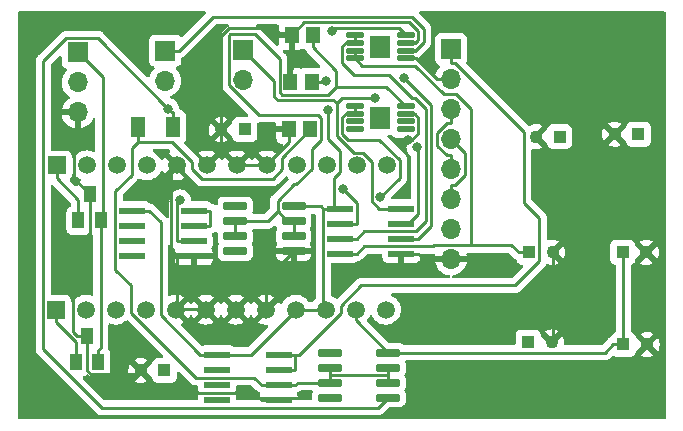
<source format=gbr>
%TF.GenerationSoftware,KiCad,Pcbnew,(6.0.5)*%
%TF.CreationDate,2023-06-19T01:06:53+02:00*%
%TF.ProjectId,PCB_Hoja,5043425f-486f-46a6-912e-6b696361645f,rev?*%
%TF.SameCoordinates,Original*%
%TF.FileFunction,Copper,L2,Bot*%
%TF.FilePolarity,Positive*%
%FSLAX46Y46*%
G04 Gerber Fmt 4.6, Leading zero omitted, Abs format (unit mm)*
G04 Created by KiCad (PCBNEW (6.0.5)) date 2023-06-19 01:06:53*
%MOMM*%
%LPD*%
G01*
G04 APERTURE LIST*
G04 Aperture macros list*
%AMRoundRect*
0 Rectangle with rounded corners*
0 $1 Rounding radius*
0 $2 $3 $4 $5 $6 $7 $8 $9 X,Y pos of 4 corners*
0 Add a 4 corners polygon primitive as box body*
4,1,4,$2,$3,$4,$5,$6,$7,$8,$9,$2,$3,0*
0 Add four circle primitives for the rounded corners*
1,1,$1+$1,$2,$3*
1,1,$1+$1,$4,$5*
1,1,$1+$1,$6,$7*
1,1,$1+$1,$8,$9*
0 Add four rect primitives between the rounded corners*
20,1,$1+$1,$2,$3,$4,$5,0*
20,1,$1+$1,$4,$5,$6,$7,0*
20,1,$1+$1,$6,$7,$8,$9,0*
20,1,$1+$1,$8,$9,$2,$3,0*%
G04 Aperture macros list end*
%TA.AperFunction,ComponentPad*%
%ADD10C,1.100000*%
%TD*%
%TA.AperFunction,ComponentPad*%
%ADD11R,1.100000X1.100000*%
%TD*%
%TA.AperFunction,ComponentPad*%
%ADD12R,1.700000X1.700000*%
%TD*%
%TA.AperFunction,ComponentPad*%
%ADD13O,1.700000X1.700000*%
%TD*%
%TA.AperFunction,ComponentPad*%
%ADD14R,1.508000X1.508000*%
%TD*%
%TA.AperFunction,ComponentPad*%
%ADD15C,1.508000*%
%TD*%
%TA.AperFunction,SMDPad,CuDef*%
%ADD16RoundRect,0.042000X0.943000X0.258000X-0.943000X0.258000X-0.943000X-0.258000X0.943000X-0.258000X0*%
%TD*%
%TA.AperFunction,SMDPad,CuDef*%
%ADD17R,1.150000X1.450000*%
%TD*%
%TA.AperFunction,SMDPad,CuDef*%
%ADD18R,2.200000X0.600000*%
%TD*%
%TA.AperFunction,SMDPad,CuDef*%
%ADD19RoundRect,0.028800X0.696200X0.211200X-0.696200X0.211200X-0.696200X-0.211200X0.696200X-0.211200X0*%
%TD*%
%TA.AperFunction,SMDPad,CuDef*%
%ADD20RoundRect,0.028800X-0.696200X-0.211200X0.696200X-0.211200X0.696200X0.211200X-0.696200X0.211200X0*%
%TD*%
%TA.AperFunction,SMDPad,CuDef*%
%ADD21R,1.680000X1.880000*%
%TD*%
%TA.AperFunction,SMDPad,CuDef*%
%ADD22R,1.000000X1.400000*%
%TD*%
%TA.AperFunction,SMDPad,CuDef*%
%ADD23R,1.160000X1.820000*%
%TD*%
%TA.AperFunction,ViaPad*%
%ADD24C,0.800000*%
%TD*%
%TA.AperFunction,Conductor*%
%ADD25C,0.250000*%
%TD*%
G04 APERTURE END LIST*
D10*
%TO.P,C10,N*%
%TO.N,GND*%
X151137500Y-99000000D03*
D11*
%TO.P,C10,P*%
%TO.N,PWR*%
X149137500Y-99000000D03*
%TD*%
D10*
%TO.P,C11,N*%
%TO.N,GND*%
X159200000Y-99200000D03*
D11*
%TO.P,C11,P*%
%TO.N,9V*%
X157200000Y-99200000D03*
%TD*%
D10*
%TO.P,C3,N*%
%TO.N,GND*%
X159137500Y-91400000D03*
D11*
%TO.P,C3,P*%
%TO.N,9V*%
X157137500Y-91400000D03*
%TD*%
D12*
%TO.P,J3,1,Pin_1*%
%TO.N,OUT_TEMPERATURE*%
X125000000Y-74250000D03*
D13*
%TO.P,J3,2,Pin_2*%
%TO.N,OUT_HUMIDITY*%
X125000000Y-76790000D03*
%TD*%
D12*
%TO.P,J1,1,Pin_1*%
%TO.N,CTR*%
X111000000Y-74475000D03*
D13*
%TO.P,J1,2,Pin_2*%
%TO.N,PWR*%
X111000000Y-77015000D03*
%TO.P,J1,3,Pin_3*%
%TO.N,GND*%
X111000000Y-79555000D03*
%TD*%
D12*
%TO.P,J2,1,Pin_1*%
%TO.N,IN_HUMIDITY*%
X118400000Y-74325000D03*
D13*
%TO.P,J2,2,Pin_2*%
%TO.N,IN_TEMPERATURE*%
X118400000Y-76865000D03*
%TD*%
D12*
%TO.P,J4,1,Pin_1*%
%TO.N,PWR_TEMP*%
X142600000Y-74200000D03*
D13*
%TO.P,J4,2,Pin_2*%
%TO.N,GND*%
X142600000Y-76740000D03*
%TO.P,J4,3,Pin_3*%
%TO.N,PWR_HUM*%
X142600000Y-79280000D03*
%TO.P,J4,4,Pin_4*%
%TO.N,GND*%
X142600000Y-81820000D03*
%TO.P,J4,5,Pin_5*%
%TO.N,PWR_HUM*%
X142600000Y-84360000D03*
%TO.P,J4,6,Pin_6*%
%TO.N,GND*%
X142600000Y-86900000D03*
%TO.P,J4,7,Pin_7*%
%TO.N,PWR_HUM*%
X142600000Y-89440000D03*
%TO.P,J4,8,Pin_8*%
%TO.N,GND*%
X142600000Y-91980000D03*
%TD*%
D10*
%TO.P,C2,N*%
%TO.N,GND*%
X151200000Y-91400000D03*
D11*
%TO.P,C2,P*%
%TO.N,AUX+_HUMIDITY*%
X149200000Y-91400000D03*
%TD*%
D14*
%TO.P,PS2,1,~{ON/OFF}*%
%TO.N,Net-(PS2-Pad1)*%
X109230000Y-84050000D03*
D15*
%TO.P,PS2,2,VIN*%
%TO.N,PWR*%
X111770000Y-84050000D03*
%TO.P,PS2,3,VIN*%
X114310000Y-84050000D03*
%TO.P,PS2,4,VIN*%
X116850000Y-84050000D03*
%TO.P,PS2,5,GND*%
%TO.N,GND*%
X119390000Y-84050000D03*
%TO.P,PS2,6,GND*%
X121930000Y-84050000D03*
%TO.P,PS2,7,GND*%
X124470000Y-84050000D03*
%TO.P,PS2,8,GND*%
X127010000Y-84050000D03*
%TO.P,PS2,9,VOUT*%
%TO.N,Net-(C12-PadP)*%
X129550000Y-84050000D03*
%TO.P,PS2,10,VOUT*%
X132090000Y-84050000D03*
%TO.P,PS2,11,VOUT*%
X134630000Y-84050000D03*
%TO.P,PS2,12,VADJ*%
%TO.N,unconnected-(PS2-Pad12)*%
X137170000Y-84050000D03*
%TD*%
D14*
%TO.P,PS1,1,~{ON/OFF}*%
%TO.N,Net-(PS1-Pad1)*%
X109150000Y-96250000D03*
D15*
%TO.P,PS1,2,VIN*%
%TO.N,PWR*%
X111690000Y-96250000D03*
%TO.P,PS1,3,VIN*%
X114230000Y-96250000D03*
%TO.P,PS1,4,VIN*%
X116770000Y-96250000D03*
%TO.P,PS1,5,GND*%
%TO.N,GND*%
X119310000Y-96250000D03*
%TO.P,PS1,6,GND*%
X121850000Y-96250000D03*
%TO.P,PS1,7,GND*%
X124390000Y-96250000D03*
%TO.P,PS1,8,GND*%
X126930000Y-96250000D03*
%TO.P,PS1,9,VOUT*%
%TO.N,9V*%
X129470000Y-96250000D03*
%TO.P,PS1,10,VOUT*%
X132010000Y-96250000D03*
%TO.P,PS1,11,VOUT*%
X134550000Y-96250000D03*
%TO.P,PS1,12,VADJ*%
%TO.N,unconnected-(PS1-Pad12)*%
X137090000Y-96250000D03*
%TD*%
D16*
%TO.P,U4,1,IN*%
%TO.N,9V*%
X137270000Y-99895000D03*
%TO.P,U4,2,OUT*%
%TO.N,Net-(C15-Pad1)*%
X137270000Y-101165000D03*
%TO.P,U4,3,OUT*%
X137270000Y-102435000D03*
%TO.P,U4,4,ADJUSTMENT*%
%TO.N,Net-(R5-Pad2)*%
X137270000Y-103705000D03*
%TO.P,U4,5*%
%TO.N,N/C*%
X132330000Y-103705000D03*
%TO.P,U4,6,OUT*%
%TO.N,Net-(C15-Pad1)*%
X132330000Y-102435000D03*
%TO.P,U4,7,OUT*%
X132330000Y-101165000D03*
%TO.P,U4,8*%
%TO.N,N/C*%
X132330000Y-99895000D03*
%TD*%
D17*
%TO.P,C13,1*%
%TO.N,9V*%
X130800000Y-77000000D03*
%TO.P,C13,2*%
%TO.N,GND*%
X129000000Y-77000000D03*
%TD*%
D18*
%TO.P,U1,1,OUTA*%
%TO.N,OUT_TEMPERATURE*%
X138400000Y-87695000D03*
%TO.P,U1,2,-INA*%
%TO.N,AUX-_TEMPERATURE*%
X138400000Y-88965000D03*
%TO.P,U1,3,+INA*%
%TO.N,AUX+_TEMPERATURE*%
X138400000Y-90235000D03*
%TO.P,U1,4,V-*%
%TO.N,GND*%
X138400000Y-91505000D03*
%TO.P,U1,5,+INB*%
%TO.N,AUX+_HUMIDITY*%
X133200000Y-91505000D03*
%TO.P,U1,6,-INB*%
%TO.N,AUX-_HUMIDITY*%
X133200000Y-90235000D03*
%TO.P,U1,7,OUTB*%
%TO.N,OUT_HUMIDITY*%
X133200000Y-88965000D03*
%TO.P,U1,8,V+*%
%TO.N,9V*%
X133200000Y-87695000D03*
%TD*%
D19*
%TO.P,R3,1*%
%TO.N,OUT_HUMIDITY*%
X138760000Y-73025000D03*
%TO.P,R3,2*%
%TO.N,GND*%
X138760000Y-73675000D03*
%TO.P,R3,3*%
%TO.N,IN_HUMIDITY*%
X138760000Y-74325000D03*
%TO.P,R3,4*%
%TO.N,GND*%
X138760000Y-74975000D03*
D20*
%TO.P,R3,5*%
%TO.N,AUX+_HUMIDITY*%
X134440000Y-74975000D03*
%TO.P,R3,6*%
X134440000Y-74325000D03*
%TO.P,R3,7*%
%TO.N,AUX-_HUMIDITY*%
X134440000Y-73675000D03*
%TO.P,R3,8*%
X134440000Y-73025000D03*
D21*
%TO.P,R3,9*%
%TO.N,N/C*%
X136600000Y-74000000D03*
%TD*%
D18*
%TO.P,U3,1,AOUT*%
%TO.N,0.25*%
X120800000Y-87895000D03*
%TO.P,U3,2,AIN-*%
X120800000Y-89165000D03*
%TO.P,U3,3,AIN+*%
%TO.N,Net-(R4-Pad7)*%
X120800000Y-90435000D03*
%TO.P,U3,4,GND*%
%TO.N,GND*%
X120800000Y-91705000D03*
%TO.P,U3,5,BIN+*%
%TO.N,unconnected-(U3-Pad5)*%
X115600000Y-91705000D03*
%TO.P,U3,6,BIN-*%
%TO.N,unconnected-(U3-Pad6)*%
X115600000Y-90435000D03*
%TO.P,U3,7,BOUT*%
%TO.N,unconnected-(U3-Pad7)*%
X115600000Y-89165000D03*
%TO.P,U3,8,VCC*%
%TO.N,9V*%
X115600000Y-87895000D03*
%TD*%
D10*
%TO.P,C14,N*%
%TO.N,GND*%
X116337500Y-101400000D03*
D11*
%TO.P,C14,P*%
%TO.N,Net-(C12-PadP)*%
X118337500Y-101400000D03*
%TD*%
D10*
%TO.P,C12,N*%
%TO.N,GND*%
X149800000Y-81600000D03*
D11*
%TO.P,C12,P*%
%TO.N,Net-(C12-PadP)*%
X151800000Y-81600000D03*
%TD*%
D22*
%TO.P,Q2,1*%
%TO.N,CTR*%
X112950000Y-88700000D03*
%TO.P,Q2,2*%
%TO.N,Net-(PS2-Pad1)*%
X111050000Y-88700000D03*
%TO.P,Q2,3*%
%TO.N,GND*%
X112000000Y-86500000D03*
%TD*%
%TO.P,Q1,1*%
%TO.N,CTR*%
X112750000Y-100700000D03*
%TO.P,Q1,2*%
%TO.N,Net-(PS1-Pad1)*%
X110850000Y-100700000D03*
%TO.P,Q1,3*%
%TO.N,GND*%
X111800000Y-98500000D03*
%TD*%
D16*
%TO.P,U2,1,IN*%
%TO.N,9V*%
X129270000Y-87495000D03*
%TO.P,U2,2,OUT*%
%TO.N,Net-(C6-Pad1)*%
X129270000Y-88765000D03*
%TO.P,U2,3,OUT*%
X129270000Y-90035000D03*
%TO.P,U2,4,ADJUSTMENT*%
%TO.N,GND*%
X129270000Y-91305000D03*
%TO.P,U2,5*%
%TO.N,N/C*%
X124330000Y-91305000D03*
%TO.P,U2,6,OUT*%
%TO.N,Net-(C6-Pad1)*%
X124330000Y-90035000D03*
%TO.P,U2,7,OUT*%
X124330000Y-88765000D03*
%TO.P,U2,8*%
%TO.N,N/C*%
X124330000Y-87495000D03*
%TD*%
D23*
%TO.P,R6,1*%
%TO.N,Net-(R5-Pad2)*%
X119075000Y-80800000D03*
%TO.P,R6,2*%
%TO.N,Net-(C15-Pad1)*%
X116125000Y-80800000D03*
%TD*%
D10*
%TO.P,C16,N*%
%TO.N,GND*%
X123137500Y-81000000D03*
D11*
%TO.P,C16,P*%
%TO.N,PWR_HUM*%
X125137500Y-81000000D03*
%TD*%
D17*
%TO.P,C15,1*%
%TO.N,Net-(C15-Pad1)*%
X130700000Y-81000000D03*
%TO.P,C15,2*%
%TO.N,GND*%
X128900000Y-81000000D03*
%TD*%
D19*
%TO.P,R4,1*%
%TO.N,Net-(C6-Pad1)*%
X138760000Y-79025000D03*
%TO.P,R4,2*%
%TO.N,GND*%
X138760000Y-79675000D03*
%TO.P,R4,3*%
%TO.N,unconnected-(R4-Pad3)*%
X138760000Y-80325000D03*
%TO.P,R4,4*%
%TO.N,unconnected-(R4-Pad4)*%
X138760000Y-80975000D03*
D20*
%TO.P,R4,5*%
%TO.N,unconnected-(R4-Pad5)*%
X134440000Y-80975000D03*
%TO.P,R4,6*%
%TO.N,unconnected-(R4-Pad6)*%
X134440000Y-80325000D03*
%TO.P,R4,7*%
%TO.N,Net-(R4-Pad7)*%
X134440000Y-79675000D03*
%TO.P,R4,8*%
X134440000Y-79025000D03*
D21*
%TO.P,R4,9*%
%TO.N,N/C*%
X136600000Y-80000000D03*
%TD*%
D18*
%TO.P,U5,1,AOUT*%
%TO.N,PWR_TEMP*%
X128000000Y-100095000D03*
%TO.P,U5,2,AIN-*%
X128000000Y-101365000D03*
%TO.P,U5,3,AIN+*%
%TO.N,Net-(C15-Pad1)*%
X128000000Y-102635000D03*
%TO.P,U5,4,GND*%
%TO.N,GND*%
X128000000Y-103905000D03*
%TO.P,U5,5,BIN+*%
%TO.N,unconnected-(U5-Pad5)*%
X122800000Y-103905000D03*
%TO.P,U5,6,BIN-*%
%TO.N,unconnected-(U5-Pad6)*%
X122800000Y-102635000D03*
%TO.P,U5,7,BOUT*%
%TO.N,unconnected-(U5-Pad7)*%
X122800000Y-101365000D03*
%TO.P,U5,8,VCC*%
%TO.N,9V*%
X122800000Y-100095000D03*
%TD*%
D17*
%TO.P,C6,1*%
%TO.N,Net-(C6-Pad1)*%
X130900000Y-73000000D03*
%TO.P,C6,2*%
%TO.N,GND*%
X129100000Y-73000000D03*
%TD*%
D10*
%TO.P,C9,N*%
%TO.N,GND*%
X156462500Y-81400000D03*
D11*
%TO.P,C9,P*%
%TO.N,PWR*%
X158462500Y-81400000D03*
%TD*%
D24*
%TO.N,AUX+_TEMPERATURE*%
X138626500Y-76678500D03*
%TO.N,GND*%
X138936700Y-81852500D03*
%TO.N,9V*%
X131978100Y-76937200D03*
X132164700Y-79316200D03*
%TO.N,OUT_TEMPERATURE*%
X136194600Y-78328200D03*
%TO.N,OUT_HUMIDITY*%
X132563000Y-72645700D03*
X133431100Y-86059800D03*
%TO.N,AUX-_TEMPERATURE*%
X139740300Y-82503700D03*
%TO.N,Net-(R4-Pad7)*%
X136600200Y-86752400D03*
X119677700Y-86986100D03*
%TO.N,Net-(R5-Pad2)*%
X118673500Y-79252500D03*
%TD*%
D25*
%TO.N,AUX+_TEMPERATURE*%
X138400000Y-90235000D02*
X139825300Y-90235000D01*
X140915900Y-78967900D02*
X138626500Y-76678500D01*
X139825300Y-90235000D02*
X140915900Y-89144400D01*
X140915900Y-89144400D02*
X140915900Y-78967900D01*
%TO.N,GND*%
X110608000Y-92807900D02*
X112000000Y-91415900D01*
X139523600Y-79675000D02*
X139841900Y-79993300D01*
X126930000Y-96250000D02*
X126930000Y-93645000D01*
X112090600Y-101725400D02*
X111800000Y-101434800D01*
X138760000Y-73675000D02*
X139529400Y-73675000D01*
X139841900Y-81331400D02*
X139320800Y-81852500D01*
X121930000Y-84050000D02*
X123137500Y-82842500D01*
X121817600Y-96217600D02*
X121850000Y-96250000D01*
X143783100Y-83003100D02*
X143783100Y-84887200D01*
X139320800Y-81852500D02*
X138936700Y-81852500D01*
X129100000Y-73000000D02*
X128199700Y-73000000D01*
X119310000Y-96250000D02*
X119342400Y-96217600D01*
X129000000Y-77000000D02*
X129000000Y-75949700D01*
X129100000Y-73525100D02*
X129100000Y-73000000D01*
X110670300Y-85170300D02*
X112000000Y-86500000D01*
X125949400Y-103279700D02*
X126574700Y-103905000D01*
X123137500Y-82842500D02*
X123137500Y-81000000D01*
X128900000Y-81525100D02*
X128900000Y-81000000D01*
X119342400Y-96217600D02*
X119374700Y-96217600D01*
X142945600Y-85724700D02*
X142600000Y-85724700D01*
X127010000Y-84050000D02*
X127010000Y-83940300D01*
X141424700Y-76740000D02*
X139659700Y-74975000D01*
X127649200Y-72449500D02*
X128199700Y-73000000D01*
X123784200Y-72449500D02*
X127649200Y-72449500D01*
X118217200Y-103279700D02*
X125949400Y-103279700D01*
X129100000Y-75849700D02*
X129100000Y-74050300D01*
X139841900Y-79993300D02*
X139841900Y-81331400D01*
X139810500Y-73393900D02*
X139810500Y-72654900D01*
X118910700Y-84529300D02*
X118910700Y-91241000D01*
X116012100Y-101725400D02*
X112090600Y-101725400D01*
X138400000Y-91505000D02*
X139825300Y-91505000D01*
X129000000Y-75949700D02*
X129100000Y-75849700D01*
X110974700Y-98500000D02*
X110608000Y-98133300D01*
X119374700Y-96217600D02*
X121817600Y-96217600D01*
X123137500Y-73096200D02*
X123784200Y-72449500D01*
X126930000Y-93645000D02*
X129270000Y-91305000D01*
X123137500Y-81000000D02*
X123137500Y-73096200D01*
X111000000Y-79555000D02*
X111000000Y-80730300D01*
X129100000Y-73525100D02*
X129100000Y-74050300D01*
X124345000Y-84050000D02*
X123137500Y-82842500D01*
X151200000Y-91400000D02*
X151200000Y-98937500D01*
X143783100Y-84887200D02*
X142945600Y-85724700D01*
X139659700Y-74975000D02*
X138760000Y-74975000D01*
X116337500Y-101400000D02*
X116012100Y-101725400D01*
X151200000Y-98937500D02*
X151137500Y-99000000D01*
X111800000Y-98500000D02*
X110974700Y-98500000D01*
X119390000Y-84050000D02*
X118910700Y-84529300D01*
X124470000Y-84050000D02*
X124345000Y-84050000D01*
X111000000Y-80730300D02*
X110670300Y-81060000D01*
X139073200Y-71917600D02*
X130182400Y-71917600D01*
X139810500Y-72654900D02*
X139073200Y-71917600D01*
X127010000Y-84050000D02*
X124470000Y-84050000D01*
X139529400Y-73675000D02*
X139810500Y-73393900D01*
X142600000Y-86900000D02*
X142600000Y-85724700D01*
X142600000Y-76740000D02*
X141424700Y-76740000D01*
X119374700Y-96217600D02*
X119374700Y-91705000D01*
X120800000Y-91705000D02*
X119374700Y-91705000D01*
X142600000Y-81820000D02*
X143783100Y-83003100D01*
X128000000Y-103905000D02*
X126574700Y-103905000D01*
X110608000Y-98133300D02*
X110608000Y-92807900D01*
X128900000Y-81525100D02*
X128900000Y-82050300D01*
X127010000Y-83940300D02*
X128900000Y-82050300D01*
X140300300Y-91980000D02*
X139825300Y-91505000D01*
X118910700Y-91241000D02*
X119374700Y-91705000D01*
X116337500Y-101400000D02*
X118217200Y-103279700D01*
X111800000Y-101434800D02*
X111800000Y-98500000D01*
X130182400Y-71917600D02*
X129100000Y-73000000D01*
X112000000Y-91415900D02*
X112000000Y-86500000D01*
X110670300Y-81060000D02*
X110670300Y-85170300D01*
X138760000Y-79675000D02*
X139523600Y-79675000D01*
X142600000Y-91980000D02*
X140300300Y-91980000D01*
%TO.N,AUX+_HUMIDITY*%
X133200000Y-91505000D02*
X134625300Y-91505000D01*
X141081400Y-90879700D02*
X135250600Y-90879700D01*
X148324700Y-91400000D02*
X147721700Y-90797000D01*
X141164100Y-90797000D02*
X141081400Y-90879700D01*
X135052500Y-75587500D02*
X139547300Y-75587500D01*
X141969800Y-78010000D02*
X143003800Y-78010000D01*
X134440000Y-74325000D02*
X134440000Y-74975000D01*
X135250600Y-90879700D02*
X134625300Y-91505000D01*
X143003800Y-78010000D02*
X144258300Y-79264500D01*
X147721700Y-90797000D02*
X144258300Y-90797000D01*
X134440000Y-74975000D02*
X135052500Y-75587500D01*
X149200000Y-91400000D02*
X148324700Y-91400000D01*
X144258300Y-79264500D02*
X144258300Y-90797000D01*
X144258300Y-90797000D02*
X141164100Y-90797000D01*
X139547300Y-75587500D02*
X141969800Y-78010000D01*
%TO.N,9V*%
X155629700Y-99895000D02*
X156324700Y-99200000D01*
X131774700Y-96014700D02*
X131774700Y-87695000D01*
X132164700Y-81785200D02*
X132164700Y-79316200D01*
X122800000Y-100095000D02*
X121374700Y-100095000D01*
X118005400Y-88875100D02*
X117025300Y-87895000D01*
X131774700Y-96014700D02*
X131539400Y-96250000D01*
X132705700Y-85129400D02*
X133214200Y-84620900D01*
X131539400Y-96250000D02*
X129470000Y-96250000D01*
X133214200Y-82834700D02*
X132164700Y-81785200D01*
X131700300Y-77000000D02*
X131915300Y-77000000D01*
X129270000Y-87495000D02*
X131574700Y-87495000D01*
X121374700Y-100095000D02*
X118005400Y-96725700D01*
X133214200Y-84620900D02*
X133214200Y-82834700D01*
X132010000Y-96250000D02*
X131774700Y-96014700D01*
X157200000Y-99200000D02*
X156324700Y-99200000D01*
X157137500Y-91400000D02*
X157137500Y-92275300D01*
X157200000Y-92337800D02*
X157200000Y-99200000D01*
X131915300Y-77000000D02*
X131978100Y-76937200D01*
X134550000Y-96250000D02*
X134550000Y-97175000D01*
X115600000Y-87895000D02*
X117025300Y-87895000D01*
X125625000Y-100095000D02*
X122800000Y-100095000D01*
X134550000Y-97175000D02*
X137270000Y-99895000D01*
X132705700Y-87695000D02*
X132705700Y-85129400D01*
X118005400Y-96725700D02*
X118005400Y-88875100D01*
X130800000Y-77000000D02*
X131700300Y-77000000D01*
X131574700Y-87495000D02*
X131774700Y-87695000D01*
X137270000Y-99895000D02*
X155629700Y-99895000D01*
X133200000Y-87695000D02*
X132705700Y-87695000D01*
X129470000Y-96250000D02*
X125625000Y-100095000D01*
X132705700Y-87695000D02*
X131774700Y-87695000D01*
X157137500Y-92275300D02*
X157200000Y-92337800D01*
%TO.N,IN_HUMIDITY*%
X122434400Y-71465900D02*
X139274300Y-71465900D01*
X119575300Y-74325000D02*
X122434400Y-71465900D01*
X139545400Y-74325000D02*
X138760000Y-74325000D01*
X140288200Y-73582200D02*
X139545400Y-74325000D01*
X139274300Y-71465900D02*
X140288200Y-72479800D01*
X140288200Y-72479800D02*
X140288200Y-73582200D01*
X118400000Y-74325000D02*
X119575300Y-74325000D01*
%TO.N,OUT_TEMPERATURE*%
X127650978Y-78235704D02*
X127914296Y-78499022D01*
X132929100Y-81550500D02*
X132929100Y-78778500D01*
X138400000Y-87695000D02*
X136974700Y-87695000D01*
X136974700Y-87695000D02*
X136517100Y-87695000D01*
X127914296Y-78499022D02*
X132649622Y-78499022D01*
X135122400Y-82970600D02*
X134349200Y-82970600D01*
X132929100Y-78778500D02*
X133379400Y-78328200D01*
X135874900Y-87052800D02*
X135874900Y-83723100D01*
X132649622Y-78499022D02*
X132929100Y-78778500D01*
X125000000Y-74250000D02*
X127650978Y-76900978D01*
X127650978Y-76900978D02*
X127650978Y-78235704D01*
X134349200Y-82970600D02*
X132929100Y-81550500D01*
X135874900Y-83723100D02*
X135122400Y-82970600D01*
X136517100Y-87695000D02*
X135874900Y-87052800D01*
X133379400Y-78328200D02*
X136194600Y-78328200D01*
%TO.N,OUT_HUMIDITY*%
X138164800Y-72429800D02*
X132778900Y-72429800D01*
X133200000Y-88965000D02*
X134625300Y-88965000D01*
X133431100Y-86059800D02*
X134625300Y-87254000D01*
X134625300Y-87254000D02*
X134625300Y-88965000D01*
X138760000Y-73025000D02*
X138164800Y-72429800D01*
X132778900Y-72429800D02*
X132563000Y-72645700D01*
%TO.N,AUX-_TEMPERATURE*%
X139825400Y-88137400D02*
X139825400Y-82588800D01*
X138400000Y-88965000D02*
X138997800Y-88965000D01*
X138997800Y-88965000D02*
X139825400Y-88137400D01*
X139825400Y-82588800D02*
X139740300Y-82503700D01*
%TO.N,AUX-_HUMIDITY*%
X135250600Y-89609700D02*
X139628800Y-89609700D01*
X133200000Y-90235000D02*
X134625300Y-90235000D01*
X140465600Y-79271700D02*
X139565100Y-78371200D01*
X134625300Y-90235000D02*
X135250600Y-89609700D01*
X134440000Y-73675000D02*
X134440000Y-73025000D01*
X139293300Y-78371200D02*
X137323200Y-76401100D01*
X133673700Y-73675000D02*
X134440000Y-73675000D01*
X139565100Y-78371200D02*
X139293300Y-78371200D01*
X134427800Y-76401100D02*
X133373200Y-75346500D01*
X133373200Y-73975500D02*
X133673700Y-73675000D01*
X139628800Y-89609700D02*
X140465600Y-88772900D01*
X133373200Y-75346500D02*
X133373200Y-73975500D01*
X137323200Y-76401100D02*
X134427800Y-76401100D01*
X140465600Y-88772900D02*
X140465600Y-79271700D01*
%TO.N,Net-(R4-Pad7)*%
X136545400Y-81871000D02*
X133886500Y-81871000D01*
X136600200Y-86752400D02*
X138249400Y-85103200D01*
X119374700Y-90435000D02*
X119374700Y-87289100D01*
X133379400Y-79976900D02*
X133681300Y-79675000D01*
X133681300Y-79675000D02*
X134440000Y-79675000D01*
X119374700Y-87289100D02*
X119677700Y-86986100D01*
X138249400Y-85103200D02*
X138249400Y-83575000D01*
X133379400Y-81363900D02*
X133379400Y-79976900D01*
X120800000Y-90435000D02*
X119374700Y-90435000D01*
X134440000Y-79675000D02*
X134440000Y-79025000D01*
X133886500Y-81871000D02*
X133379400Y-81363900D01*
X138249400Y-83575000D02*
X136545400Y-81871000D01*
%TO.N,Net-(C6-Pad1)*%
X129300600Y-85659300D02*
X127920100Y-87039800D01*
X123825489Y-73045111D02*
X123825489Y-77276499D01*
X127099400Y-88765000D02*
X127920100Y-87944300D01*
X125997600Y-72949600D02*
X123921000Y-72949600D01*
X128281011Y-78049511D02*
X128100489Y-77868989D01*
X132900000Y-77376000D02*
X132226489Y-78049511D01*
X130820000Y-84337300D02*
X129498000Y-85659300D01*
X131600400Y-80033700D02*
X131600400Y-81868100D01*
X132900000Y-77376000D02*
X132900000Y-76050300D01*
X123825489Y-77276499D02*
X126326790Y-79777800D01*
X129270000Y-90035000D02*
X129270000Y-88765000D01*
X124330000Y-88765000D02*
X124330000Y-90035000D01*
X132226489Y-78049511D02*
X128281011Y-78049511D01*
X138760000Y-79025000D02*
X137111000Y-77376000D01*
X132900000Y-76050300D02*
X130900000Y-74050300D01*
X130900000Y-73000000D02*
X130900000Y-74050300D01*
X127920100Y-87039800D02*
X127920100Y-87944300D01*
X124330000Y-88765000D02*
X127099400Y-88765000D01*
X127920100Y-87944300D02*
X128740800Y-88765000D01*
X128100489Y-77868989D02*
X128100489Y-75052489D01*
X137111000Y-77376000D02*
X132900000Y-77376000D01*
X130820000Y-82648500D02*
X130820000Y-84337300D01*
X128740800Y-88765000D02*
X129270000Y-88765000D01*
X131600400Y-81868100D02*
X130820000Y-82648500D01*
X131344500Y-79777800D02*
X131600400Y-80033700D01*
X129498000Y-85659300D02*
X129300600Y-85659300D01*
X126326790Y-79777800D02*
X131344500Y-79777800D01*
X128100489Y-75052489D02*
X125997600Y-72949600D01*
X123921000Y-72949600D02*
X123825489Y-73045111D01*
%TO.N,Net-(C15-Pad1)*%
X125949400Y-102009700D02*
X126574700Y-102635000D01*
X115500000Y-96533400D02*
X120976300Y-102009700D01*
X129625300Y-102435000D02*
X132330000Y-102435000D01*
X118955200Y-82035300D02*
X116125000Y-82035300D01*
X129425300Y-102635000D02*
X129625300Y-102435000D01*
X128280000Y-83420000D02*
X128280000Y-84383900D01*
X128000000Y-102635000D02*
X129425300Y-102635000D01*
X114174600Y-92865800D02*
X115500000Y-94191200D01*
X128000000Y-102635000D02*
X126574700Y-102635000D01*
X127494300Y-85169600D02*
X121493800Y-85169600D01*
X116125000Y-80800000D02*
X116125000Y-82035300D01*
X115580000Y-84817700D02*
X114174600Y-86223100D01*
X116125000Y-82035300D02*
X115580000Y-82580300D01*
X120660000Y-84335800D02*
X120660000Y-83740100D01*
X120660000Y-83740100D02*
X118955200Y-82035300D01*
X120976300Y-102009700D02*
X125949400Y-102009700D01*
X115500000Y-94191200D02*
X115500000Y-96533400D01*
X130700000Y-81000000D02*
X128280000Y-83420000D01*
X132330000Y-101800000D02*
X137270000Y-101800000D01*
X115580000Y-82580300D02*
X115580000Y-84817700D01*
X128280000Y-84383900D02*
X127494300Y-85169600D01*
X114174600Y-86223100D02*
X114174600Y-92865800D01*
X137270000Y-102435000D02*
X137270000Y-101800000D01*
X132330000Y-101800000D02*
X132330000Y-101165000D01*
X137270000Y-101800000D02*
X137270000Y-101165000D01*
X121493800Y-85169600D02*
X120660000Y-84335800D01*
X132330000Y-102435000D02*
X132330000Y-101800000D01*
%TO.N,PWR_HUM*%
X142232600Y-80455300D02*
X142600000Y-80455300D01*
X141424700Y-82376700D02*
X141424700Y-81263200D01*
X142600000Y-83184700D02*
X142232700Y-83184700D01*
X142600000Y-79280000D02*
X142600000Y-80455300D01*
X142232700Y-83184700D02*
X141424700Y-82376700D01*
X142600000Y-84360000D02*
X142600000Y-83184700D01*
X141424700Y-81263200D02*
X142232600Y-80455300D01*
%TO.N,CTR*%
X112750000Y-100700000D02*
X112750000Y-99674700D01*
X113124021Y-88525979D02*
X112950000Y-88700000D01*
X112750000Y-99674700D02*
X112950000Y-99474700D01*
X112950000Y-99474700D02*
X112950000Y-88700000D01*
X111000000Y-74475000D02*
X113124021Y-76599021D01*
X113124021Y-76599021D02*
X113124021Y-88525979D01*
%TO.N,PWR_TEMP*%
X142600000Y-74200000D02*
X142600000Y-75375300D01*
X128712700Y-100095000D02*
X129425300Y-100095000D01*
X133280000Y-95927400D02*
X133280000Y-96575800D01*
X148023700Y-94210500D02*
X134996900Y-94210500D01*
X128000000Y-101365000D02*
X129425300Y-101365000D01*
X150075400Y-88512300D02*
X150075400Y-92158800D01*
X148775200Y-81183200D02*
X148775200Y-87212100D01*
X150075400Y-92158800D02*
X148023700Y-94210500D01*
X129425300Y-100095000D02*
X129425300Y-101365000D01*
X129760800Y-100095000D02*
X129425300Y-100095000D01*
X133280000Y-96575800D02*
X129760800Y-100095000D01*
X142967300Y-75375300D02*
X148775200Y-81183200D01*
X134996900Y-94210500D02*
X133280000Y-95927400D01*
X148775200Y-87212100D02*
X150075400Y-88512300D01*
X128000000Y-100095000D02*
X128712700Y-100095000D01*
X142600000Y-75375300D02*
X142967300Y-75375300D01*
%TO.N,Net-(PS1-Pad1)*%
X110850000Y-99029300D02*
X110850000Y-100700000D01*
X109150000Y-97329300D02*
X110850000Y-99029300D01*
X109150000Y-96250000D02*
X109150000Y-97329300D01*
%TO.N,Net-(PS2-Pad1)*%
X109230000Y-84050000D02*
X109230000Y-85129300D01*
X111050000Y-86949300D02*
X111050000Y-88700000D01*
X109230000Y-85129300D02*
X111050000Y-86949300D01*
%TO.N,Net-(R5-Pad2)*%
X113023700Y-104573200D02*
X108070600Y-99620100D01*
X137270000Y-103705000D02*
X136401800Y-104573200D01*
X118673500Y-79252500D02*
X118985700Y-79564700D01*
X108070600Y-99620100D02*
X108070600Y-75234600D01*
X110005600Y-73299600D02*
X112720600Y-73299600D01*
X108070600Y-75234600D02*
X110005600Y-73299600D01*
X136401800Y-104573200D02*
X113023700Y-104573200D01*
X119075000Y-80800000D02*
X119075000Y-79564700D01*
X112720600Y-73299600D02*
X118673500Y-79252500D01*
X118985700Y-79564700D02*
X119075000Y-79564700D01*
%TO.N,0.25*%
X120800000Y-87895000D02*
X122225300Y-87895000D01*
X120800000Y-89165000D02*
X122225300Y-89165000D01*
X122225300Y-87895000D02*
X122225300Y-89165000D01*
%TD*%
%TA.AperFunction,Conductor*%
%TO.N,GND*%
G36*
X121774827Y-71013502D02*
G01*
X121821320Y-71067158D01*
X121831424Y-71137432D01*
X121801930Y-71202012D01*
X121795802Y-71208594D01*
X120813382Y-72191013D01*
X119835716Y-73168679D01*
X119773404Y-73202705D01*
X119702588Y-73197640D01*
X119645795Y-73155149D01*
X119618642Y-73118919D01*
X119613261Y-73111739D01*
X119496705Y-73024385D01*
X119360316Y-72973255D01*
X119298134Y-72966500D01*
X117501866Y-72966500D01*
X117439684Y-72973255D01*
X117303295Y-73024385D01*
X117186739Y-73111739D01*
X117099385Y-73228295D01*
X117048255Y-73364684D01*
X117041500Y-73426866D01*
X117041500Y-75223134D01*
X117048255Y-75285316D01*
X117099385Y-75421705D01*
X117186739Y-75538261D01*
X117303295Y-75625615D01*
X117311704Y-75628767D01*
X117311705Y-75628768D01*
X117420451Y-75669535D01*
X117477216Y-75712176D01*
X117501916Y-75778738D01*
X117486709Y-75848087D01*
X117467316Y-75874568D01*
X117351622Y-75995635D01*
X117340629Y-76007138D01*
X117214743Y-76191680D01*
X117192406Y-76239802D01*
X117145116Y-76341680D01*
X117120688Y-76394305D01*
X117089522Y-76506685D01*
X117052045Y-76566981D01*
X116987916Y-76597444D01*
X116917497Y-76588401D01*
X116879011Y-76562106D01*
X113224252Y-72907347D01*
X113216712Y-72899061D01*
X113212600Y-72892582D01*
X113162948Y-72845956D01*
X113160107Y-72843202D01*
X113140370Y-72823465D01*
X113137173Y-72820985D01*
X113128151Y-72813280D01*
X113095921Y-72783014D01*
X113088975Y-72779195D01*
X113088972Y-72779193D01*
X113078166Y-72773252D01*
X113061647Y-72762401D01*
X113059387Y-72760648D01*
X113045641Y-72749986D01*
X113038372Y-72746841D01*
X113038368Y-72746838D01*
X113005063Y-72732426D01*
X112994413Y-72727209D01*
X112955660Y-72705905D01*
X112936037Y-72700867D01*
X112917334Y-72694463D01*
X112906020Y-72689567D01*
X112906019Y-72689567D01*
X112898745Y-72686419D01*
X112890922Y-72685180D01*
X112890912Y-72685177D01*
X112855076Y-72679501D01*
X112843456Y-72677095D01*
X112808311Y-72668072D01*
X112808310Y-72668072D01*
X112800630Y-72666100D01*
X112780376Y-72666100D01*
X112760665Y-72664549D01*
X112757269Y-72664011D01*
X112740657Y-72661380D01*
X112711386Y-72664147D01*
X112696639Y-72665541D01*
X112684781Y-72666100D01*
X110084367Y-72666100D01*
X110073184Y-72665573D01*
X110065691Y-72663898D01*
X110057765Y-72664147D01*
X110057764Y-72664147D01*
X109997614Y-72666038D01*
X109993655Y-72666100D01*
X109965744Y-72666100D01*
X109961810Y-72666597D01*
X109961809Y-72666597D01*
X109961744Y-72666605D01*
X109949907Y-72667538D01*
X109918090Y-72668538D01*
X109913629Y-72668678D01*
X109905710Y-72668927D01*
X109888054Y-72674056D01*
X109886258Y-72674578D01*
X109866906Y-72678586D01*
X109859835Y-72679480D01*
X109846803Y-72681126D01*
X109839434Y-72684043D01*
X109839432Y-72684044D01*
X109805697Y-72697400D01*
X109794469Y-72701245D01*
X109752007Y-72713582D01*
X109745185Y-72717616D01*
X109745179Y-72717619D01*
X109734568Y-72723894D01*
X109716818Y-72732590D01*
X109705356Y-72737128D01*
X109705351Y-72737131D01*
X109697983Y-72740048D01*
X109680570Y-72752699D01*
X109662225Y-72766027D01*
X109652307Y-72772543D01*
X109641063Y-72779193D01*
X109614237Y-72795058D01*
X109599913Y-72809382D01*
X109584881Y-72822221D01*
X109568493Y-72834128D01*
X109541327Y-72866966D01*
X109540312Y-72868193D01*
X109532322Y-72876973D01*
X107678347Y-74730948D01*
X107670061Y-74738488D01*
X107663582Y-74742600D01*
X107658157Y-74748377D01*
X107616957Y-74792251D01*
X107614202Y-74795093D01*
X107594465Y-74814830D01*
X107591985Y-74818027D01*
X107584282Y-74827047D01*
X107554014Y-74859279D01*
X107550195Y-74866225D01*
X107550193Y-74866228D01*
X107544252Y-74877034D01*
X107533401Y-74893553D01*
X107520986Y-74909559D01*
X107517841Y-74916828D01*
X107517838Y-74916832D01*
X107503426Y-74950137D01*
X107498209Y-74960787D01*
X107476905Y-74999540D01*
X107472526Y-75016597D01*
X107471867Y-75019162D01*
X107465463Y-75037866D01*
X107457419Y-75056455D01*
X107456180Y-75064278D01*
X107456177Y-75064288D01*
X107450501Y-75100124D01*
X107448095Y-75111744D01*
X107443125Y-75131102D01*
X107437100Y-75154570D01*
X107437100Y-75174824D01*
X107435549Y-75194534D01*
X107432380Y-75214543D01*
X107433126Y-75222435D01*
X107436541Y-75258561D01*
X107437100Y-75270419D01*
X107437100Y-99541333D01*
X107436573Y-99552516D01*
X107434898Y-99560009D01*
X107435147Y-99567935D01*
X107435147Y-99567936D01*
X107437038Y-99628086D01*
X107437100Y-99632045D01*
X107437100Y-99659956D01*
X107437597Y-99663890D01*
X107437597Y-99663891D01*
X107437605Y-99663956D01*
X107438538Y-99675793D01*
X107439927Y-99719989D01*
X107445578Y-99739439D01*
X107449587Y-99758800D01*
X107452126Y-99778897D01*
X107455045Y-99786268D01*
X107455045Y-99786270D01*
X107468404Y-99820012D01*
X107472249Y-99831242D01*
X107484582Y-99873693D01*
X107488615Y-99880512D01*
X107488617Y-99880517D01*
X107494893Y-99891128D01*
X107503588Y-99908876D01*
X107511048Y-99927717D01*
X107515710Y-99934133D01*
X107515710Y-99934134D01*
X107537036Y-99963487D01*
X107543552Y-99973407D01*
X107557331Y-99996705D01*
X107566058Y-100011462D01*
X107580379Y-100025783D01*
X107593219Y-100040816D01*
X107605128Y-100057207D01*
X107611234Y-100062258D01*
X107639205Y-100085398D01*
X107647984Y-100093388D01*
X112520043Y-104965447D01*
X112527587Y-104973737D01*
X112531700Y-104980218D01*
X112537477Y-104985643D01*
X112581367Y-105026858D01*
X112584209Y-105029613D01*
X112603930Y-105049334D01*
X112607125Y-105051812D01*
X112616147Y-105059518D01*
X112648379Y-105089786D01*
X112655328Y-105093606D01*
X112666132Y-105099546D01*
X112682656Y-105110399D01*
X112698659Y-105122813D01*
X112739243Y-105140376D01*
X112749873Y-105145583D01*
X112788640Y-105166895D01*
X112796317Y-105168866D01*
X112796322Y-105168868D01*
X112808258Y-105171932D01*
X112826966Y-105178337D01*
X112845555Y-105186381D01*
X112853383Y-105187621D01*
X112853390Y-105187623D01*
X112889224Y-105193299D01*
X112900844Y-105195705D01*
X112932659Y-105203873D01*
X112943670Y-105206700D01*
X112963924Y-105206700D01*
X112983634Y-105208251D01*
X113003643Y-105211420D01*
X113011535Y-105210674D01*
X113030280Y-105208902D01*
X113047662Y-105207259D01*
X113059519Y-105206700D01*
X136323033Y-105206700D01*
X136334216Y-105207227D01*
X136341709Y-105208902D01*
X136349635Y-105208653D01*
X136349636Y-105208653D01*
X136409786Y-105206762D01*
X136413745Y-105206700D01*
X136441656Y-105206700D01*
X136445591Y-105206203D01*
X136445656Y-105206195D01*
X136457493Y-105205262D01*
X136489751Y-105204248D01*
X136493770Y-105204122D01*
X136501689Y-105203873D01*
X136521143Y-105198221D01*
X136540500Y-105194213D01*
X136552730Y-105192668D01*
X136552731Y-105192668D01*
X136560597Y-105191674D01*
X136567968Y-105188755D01*
X136567970Y-105188755D01*
X136601712Y-105175396D01*
X136612942Y-105171551D01*
X136647783Y-105161429D01*
X136647784Y-105161429D01*
X136655393Y-105159218D01*
X136662212Y-105155185D01*
X136662217Y-105155183D01*
X136672828Y-105148907D01*
X136690576Y-105140212D01*
X136709417Y-105132752D01*
X136729787Y-105117953D01*
X136745187Y-105106764D01*
X136755107Y-105100248D01*
X136786335Y-105081780D01*
X136786338Y-105081778D01*
X136793162Y-105077742D01*
X136807483Y-105063421D01*
X136822517Y-105050580D01*
X136824232Y-105049334D01*
X136838907Y-105038672D01*
X136867098Y-105004595D01*
X136875088Y-104995816D01*
X137320499Y-104550405D01*
X137382811Y-104516379D01*
X137409594Y-104513500D01*
X138255772Y-104513500D01*
X138345547Y-104502636D01*
X138353075Y-104499656D01*
X138353077Y-104499655D01*
X138422168Y-104472300D01*
X138485783Y-104447113D01*
X138605922Y-104355922D01*
X138697113Y-104235783D01*
X138752636Y-104095547D01*
X138763500Y-104005772D01*
X138763500Y-103404228D01*
X138752636Y-103314453D01*
X138738624Y-103279061D01*
X138719462Y-103230664D01*
X138697113Y-103174217D01*
X138675831Y-103146179D01*
X138650578Y-103079826D01*
X138665206Y-103010353D01*
X138675831Y-102993821D01*
X138683943Y-102983134D01*
X138697113Y-102965783D01*
X138752636Y-102825547D01*
X138763500Y-102735772D01*
X138763500Y-102134228D01*
X138752636Y-102044453D01*
X138749157Y-102035664D01*
X138721119Y-101964849D01*
X138697113Y-101904217D01*
X138675831Y-101876179D01*
X138650578Y-101809826D01*
X138665206Y-101740353D01*
X138675831Y-101723821D01*
X138676707Y-101722667D01*
X138697113Y-101695783D01*
X138738171Y-101592081D01*
X138749655Y-101563077D01*
X138749656Y-101563075D01*
X138752636Y-101555547D01*
X138763500Y-101465772D01*
X138763500Y-100864228D01*
X138752636Y-100774453D01*
X138749113Y-100765553D01*
X138723508Y-100700883D01*
X138717029Y-100630183D01*
X138749802Y-100567203D01*
X138811421Y-100531939D01*
X138840660Y-100528500D01*
X155550933Y-100528500D01*
X155562116Y-100529027D01*
X155569609Y-100530702D01*
X155577535Y-100530453D01*
X155577536Y-100530453D01*
X155637686Y-100528562D01*
X155641645Y-100528500D01*
X155669556Y-100528500D01*
X155673491Y-100528003D01*
X155673556Y-100527995D01*
X155685393Y-100527062D01*
X155717651Y-100526048D01*
X155721670Y-100525922D01*
X155729589Y-100525673D01*
X155749043Y-100520021D01*
X155768400Y-100516013D01*
X155780630Y-100514468D01*
X155780631Y-100514468D01*
X155788497Y-100513474D01*
X155795868Y-100510555D01*
X155795870Y-100510555D01*
X155829612Y-100497196D01*
X155840842Y-100493351D01*
X155875683Y-100483229D01*
X155875684Y-100483229D01*
X155883293Y-100481018D01*
X155890112Y-100476985D01*
X155890117Y-100476983D01*
X155900728Y-100470707D01*
X155918476Y-100462012D01*
X155937317Y-100454552D01*
X155973087Y-100428564D01*
X155983007Y-100422048D01*
X156014235Y-100403580D01*
X156014238Y-100403578D01*
X156021062Y-100399542D01*
X156035383Y-100385221D01*
X156050417Y-100372380D01*
X156060394Y-100365131D01*
X156066807Y-100360472D01*
X156094998Y-100326395D01*
X156102988Y-100317616D01*
X156221271Y-100199333D01*
X156283583Y-100165307D01*
X156354398Y-100170372D01*
X156385929Y-100187600D01*
X156403295Y-100200615D01*
X156539684Y-100251745D01*
X156601866Y-100258500D01*
X157798134Y-100258500D01*
X157860316Y-100251745D01*
X157996705Y-100200615D01*
X158113261Y-100113261D01*
X158118795Y-100105877D01*
X158658953Y-100105877D01*
X158663863Y-100112435D01*
X158769004Y-100171198D01*
X158780242Y-100176107D01*
X158965852Y-100236415D01*
X158977826Y-100239048D01*
X159171624Y-100262157D01*
X159183873Y-100262414D01*
X159378467Y-100247441D01*
X159390547Y-100245310D01*
X159578514Y-100192828D01*
X159589947Y-100188394D01*
X159732726Y-100116271D01*
X159743010Y-100106626D01*
X159740772Y-100099982D01*
X159212812Y-99572022D01*
X159198868Y-99564408D01*
X159197035Y-99564539D01*
X159190420Y-99568790D01*
X158665713Y-100093497D01*
X158658953Y-100105877D01*
X158118795Y-100105877D01*
X158200615Y-99996705D01*
X158251745Y-99860316D01*
X158252598Y-99852464D01*
X158252599Y-99852460D01*
X158255648Y-99824388D01*
X158282890Y-99758825D01*
X158292647Y-99748849D01*
X158292294Y-99748496D01*
X158827978Y-99212812D01*
X158834356Y-99201132D01*
X159564408Y-99201132D01*
X159564539Y-99202965D01*
X159568790Y-99209580D01*
X160093335Y-99734125D01*
X160105715Y-99740885D01*
X160112449Y-99735844D01*
X160168161Y-99637772D01*
X160173155Y-99626556D01*
X160234753Y-99441384D01*
X160237473Y-99429412D01*
X160262263Y-99233186D01*
X160262754Y-99226161D01*
X160263070Y-99203506D01*
X160262777Y-99196511D01*
X160243473Y-98999639D01*
X160241090Y-98987604D01*
X160184683Y-98800777D01*
X160180009Y-98789436D01*
X160115534Y-98668176D01*
X160105674Y-98658095D01*
X160098547Y-98660663D01*
X159572022Y-99187188D01*
X159564408Y-99201132D01*
X158834356Y-99201132D01*
X158835592Y-99198868D01*
X158835461Y-99197035D01*
X158831210Y-99190420D01*
X158293490Y-98652700D01*
X158296736Y-98649454D01*
X158270401Y-98623116D01*
X158255727Y-98576341D01*
X158252598Y-98547540D01*
X158251745Y-98539684D01*
X158200615Y-98403295D01*
X158118738Y-98294047D01*
X158657766Y-98294047D01*
X158660221Y-98301011D01*
X159187188Y-98827978D01*
X159201132Y-98835592D01*
X159202965Y-98835461D01*
X159209580Y-98831210D01*
X159734729Y-98306061D01*
X159741489Y-98293681D01*
X159736830Y-98287458D01*
X159617395Y-98222881D01*
X159606088Y-98218128D01*
X159419656Y-98160417D01*
X159407644Y-98157951D01*
X159213550Y-98137551D01*
X159201282Y-98137466D01*
X159006930Y-98155153D01*
X158994881Y-98157451D01*
X158807658Y-98212554D01*
X158796290Y-98217147D01*
X158667915Y-98284260D01*
X158657766Y-98294047D01*
X158118738Y-98294047D01*
X158113261Y-98286739D01*
X157996705Y-98199385D01*
X157984139Y-98194674D01*
X157915270Y-98168856D01*
X157858506Y-98126214D01*
X157833806Y-98059652D01*
X157833500Y-98050874D01*
X157833500Y-92525695D01*
X157853502Y-92457574D01*
X157907158Y-92411081D01*
X157915264Y-92407716D01*
X157920819Y-92405633D01*
X157925798Y-92403767D01*
X157925800Y-92403766D01*
X157934205Y-92400615D01*
X158050761Y-92313261D01*
X158056295Y-92305877D01*
X158596453Y-92305877D01*
X158601363Y-92312435D01*
X158706504Y-92371198D01*
X158717742Y-92376107D01*
X158903352Y-92436415D01*
X158915326Y-92439048D01*
X159109124Y-92462157D01*
X159121373Y-92462414D01*
X159315967Y-92447441D01*
X159328047Y-92445310D01*
X159516014Y-92392828D01*
X159527447Y-92388394D01*
X159670226Y-92316271D01*
X159680510Y-92306626D01*
X159678272Y-92299982D01*
X159150312Y-91772022D01*
X159136368Y-91764408D01*
X159134535Y-91764539D01*
X159127920Y-91768790D01*
X158603213Y-92293497D01*
X158596453Y-92305877D01*
X158056295Y-92305877D01*
X158138115Y-92196705D01*
X158189245Y-92060316D01*
X158190098Y-92052464D01*
X158190099Y-92052460D01*
X158193148Y-92024388D01*
X158220390Y-91958825D01*
X158230147Y-91948849D01*
X158229794Y-91948496D01*
X158765478Y-91412812D01*
X158771856Y-91401132D01*
X159501908Y-91401132D01*
X159502039Y-91402965D01*
X159506290Y-91409580D01*
X160030835Y-91934125D01*
X160043215Y-91940885D01*
X160049949Y-91935844D01*
X160105661Y-91837772D01*
X160110655Y-91826556D01*
X160172253Y-91641384D01*
X160174973Y-91629412D01*
X160199763Y-91433186D01*
X160200254Y-91426161D01*
X160200570Y-91403506D01*
X160200277Y-91396511D01*
X160180973Y-91199639D01*
X160178590Y-91187604D01*
X160122183Y-91000777D01*
X160117509Y-90989436D01*
X160053034Y-90868176D01*
X160043174Y-90858095D01*
X160036047Y-90860663D01*
X159509522Y-91387188D01*
X159501908Y-91401132D01*
X158771856Y-91401132D01*
X158773092Y-91398868D01*
X158772961Y-91397035D01*
X158768710Y-91390420D01*
X158230990Y-90852700D01*
X158234236Y-90849454D01*
X158207901Y-90823116D01*
X158193227Y-90776341D01*
X158192253Y-90767377D01*
X158189245Y-90739684D01*
X158138115Y-90603295D01*
X158056238Y-90494047D01*
X158595266Y-90494047D01*
X158597721Y-90501011D01*
X159124688Y-91027978D01*
X159138632Y-91035592D01*
X159140465Y-91035461D01*
X159147080Y-91031210D01*
X159672229Y-90506061D01*
X159678989Y-90493681D01*
X159674330Y-90487458D01*
X159554895Y-90422881D01*
X159543588Y-90418128D01*
X159357156Y-90360417D01*
X159345144Y-90357951D01*
X159151050Y-90337551D01*
X159138782Y-90337466D01*
X158944430Y-90355153D01*
X158932381Y-90357451D01*
X158745158Y-90412554D01*
X158733790Y-90417147D01*
X158605415Y-90484260D01*
X158595266Y-90494047D01*
X158056238Y-90494047D01*
X158050761Y-90486739D01*
X157934205Y-90399385D01*
X157797816Y-90348255D01*
X157735634Y-90341500D01*
X156539366Y-90341500D01*
X156477184Y-90348255D01*
X156340795Y-90399385D01*
X156224239Y-90486739D01*
X156136885Y-90603295D01*
X156085755Y-90739684D01*
X156079000Y-90801866D01*
X156079000Y-91998134D01*
X156085755Y-92060316D01*
X156136885Y-92196705D01*
X156224239Y-92313261D01*
X156340795Y-92400615D01*
X156349204Y-92403767D01*
X156349205Y-92403768D01*
X156359726Y-92407712D01*
X156471959Y-92449786D01*
X156477171Y-92451740D01*
X156533936Y-92494381D01*
X156548580Y-92519683D01*
X156549269Y-92521274D01*
X156551482Y-92528893D01*
X156555520Y-92535721D01*
X156556138Y-92537149D01*
X156566500Y-92587188D01*
X156566500Y-98050874D01*
X156546498Y-98118995D01*
X156492842Y-98165488D01*
X156484730Y-98168856D01*
X156415861Y-98194674D01*
X156403295Y-98199385D01*
X156286739Y-98286739D01*
X156199385Y-98403295D01*
X156196233Y-98411703D01*
X156196232Y-98411705D01*
X156148260Y-98539670D01*
X156105619Y-98596435D01*
X156080319Y-98611078D01*
X156078720Y-98611770D01*
X156071106Y-98613982D01*
X156064280Y-98618019D01*
X156053671Y-98624293D01*
X156035921Y-98632990D01*
X156017083Y-98640448D01*
X156010667Y-98645109D01*
X156010666Y-98645110D01*
X155981325Y-98666428D01*
X155971401Y-98672947D01*
X155940160Y-98691422D01*
X155940155Y-98691426D01*
X155933337Y-98695458D01*
X155919013Y-98709782D01*
X155903981Y-98722621D01*
X155887593Y-98734528D01*
X155859412Y-98768593D01*
X155851422Y-98777373D01*
X155404200Y-99224595D01*
X155341888Y-99258621D01*
X155315105Y-99261500D01*
X152313838Y-99261500D01*
X152245717Y-99241498D01*
X152199224Y-99187842D01*
X152188832Y-99119708D01*
X152199763Y-99033186D01*
X152200254Y-99026161D01*
X152200570Y-99003506D01*
X152200277Y-98996511D01*
X152180973Y-98799639D01*
X152178590Y-98787604D01*
X152122183Y-98600777D01*
X152117509Y-98589436D01*
X152053034Y-98468176D01*
X152043174Y-98458095D01*
X152036047Y-98460663D01*
X151272115Y-99224595D01*
X151209803Y-99258621D01*
X151183020Y-99261500D01*
X151091980Y-99261500D01*
X151023859Y-99241498D01*
X151002885Y-99224595D01*
X150230990Y-98452700D01*
X150234236Y-98449454D01*
X150207901Y-98423116D01*
X150193227Y-98376341D01*
X150190098Y-98347540D01*
X150189245Y-98339684D01*
X150138115Y-98203295D01*
X150056238Y-98094047D01*
X150595266Y-98094047D01*
X150597721Y-98101011D01*
X151124688Y-98627978D01*
X151138632Y-98635592D01*
X151140465Y-98635461D01*
X151147080Y-98631210D01*
X151672229Y-98106061D01*
X151678989Y-98093681D01*
X151674330Y-98087458D01*
X151554895Y-98022881D01*
X151543588Y-98018128D01*
X151357156Y-97960417D01*
X151345144Y-97957951D01*
X151151050Y-97937551D01*
X151138782Y-97937466D01*
X150944430Y-97955153D01*
X150932381Y-97957451D01*
X150745158Y-98012554D01*
X150733790Y-98017147D01*
X150605415Y-98084260D01*
X150595266Y-98094047D01*
X150056238Y-98094047D01*
X150050761Y-98086739D01*
X149934205Y-97999385D01*
X149797816Y-97948255D01*
X149735634Y-97941500D01*
X148539366Y-97941500D01*
X148477184Y-97948255D01*
X148340795Y-97999385D01*
X148224239Y-98086739D01*
X148136885Y-98203295D01*
X148085755Y-98339684D01*
X148079000Y-98401866D01*
X148079000Y-99135500D01*
X148058998Y-99203621D01*
X148005342Y-99250114D01*
X147953000Y-99261500D01*
X138671279Y-99261500D01*
X138603158Y-99241498D01*
X138595099Y-99235862D01*
X138492628Y-99158082D01*
X138492623Y-99158079D01*
X138485783Y-99152887D01*
X138401982Y-99119708D01*
X138353077Y-99100345D01*
X138353075Y-99100344D01*
X138345547Y-99097364D01*
X138255772Y-99086500D01*
X137409594Y-99086500D01*
X137341473Y-99066498D01*
X137320499Y-99049595D01*
X135517270Y-97246366D01*
X135483244Y-97184054D01*
X135488309Y-97113239D01*
X135514016Y-97073240D01*
X135513400Y-97072723D01*
X135516931Y-97068515D01*
X135520826Y-97064620D01*
X135647534Y-96883661D01*
X135705805Y-96758699D01*
X135752722Y-96705414D01*
X135821000Y-96685953D01*
X135888960Y-96706495D01*
X135934195Y-96758699D01*
X135992466Y-96883661D01*
X136119174Y-97064620D01*
X136275380Y-97220826D01*
X136279888Y-97223983D01*
X136279891Y-97223985D01*
X136451208Y-97343942D01*
X136456338Y-97347534D01*
X136461320Y-97349857D01*
X136461325Y-97349860D01*
X136648405Y-97437096D01*
X136656550Y-97440894D01*
X136661858Y-97442316D01*
X136661860Y-97442317D01*
X136674960Y-97445827D01*
X136869932Y-97498070D01*
X137090000Y-97517323D01*
X137310068Y-97498070D01*
X137505040Y-97445827D01*
X137518140Y-97442317D01*
X137518142Y-97442316D01*
X137523450Y-97440894D01*
X137531595Y-97437096D01*
X137718675Y-97349860D01*
X137718680Y-97349857D01*
X137723662Y-97347534D01*
X137728792Y-97343942D01*
X137900109Y-97223985D01*
X137900112Y-97223983D01*
X137904620Y-97220826D01*
X138060826Y-97064620D01*
X138187534Y-96883661D01*
X138246358Y-96757514D01*
X138278571Y-96688432D01*
X138278572Y-96688431D01*
X138280894Y-96683450D01*
X138338070Y-96470068D01*
X138357323Y-96250000D01*
X138338070Y-96029932D01*
X138280894Y-95816550D01*
X138270148Y-95793505D01*
X138189857Y-95621320D01*
X138189855Y-95621317D01*
X138187534Y-95616339D01*
X138060826Y-95435380D01*
X137904620Y-95279174D01*
X137900112Y-95276017D01*
X137900109Y-95276015D01*
X137728171Y-95155623D01*
X137728168Y-95155621D01*
X137723662Y-95152466D01*
X137718680Y-95150143D01*
X137718675Y-95150140D01*
X137577254Y-95084195D01*
X137523969Y-95037278D01*
X137504508Y-94969001D01*
X137525050Y-94901041D01*
X137579073Y-94854975D01*
X137630504Y-94844000D01*
X147944933Y-94844000D01*
X147956116Y-94844527D01*
X147963609Y-94846202D01*
X147971535Y-94845953D01*
X147971536Y-94845953D01*
X148031686Y-94844062D01*
X148035645Y-94844000D01*
X148063556Y-94844000D01*
X148067491Y-94843503D01*
X148067556Y-94843495D01*
X148079393Y-94842562D01*
X148111651Y-94841548D01*
X148115670Y-94841422D01*
X148123589Y-94841173D01*
X148143043Y-94835521D01*
X148162400Y-94831513D01*
X148174630Y-94829968D01*
X148174631Y-94829968D01*
X148182497Y-94828974D01*
X148189868Y-94826055D01*
X148189870Y-94826055D01*
X148223612Y-94812696D01*
X148234842Y-94808851D01*
X148269683Y-94798729D01*
X148269684Y-94798729D01*
X148277293Y-94796518D01*
X148284112Y-94792485D01*
X148284117Y-94792483D01*
X148294728Y-94786207D01*
X148312476Y-94777512D01*
X148331317Y-94770052D01*
X148367087Y-94744064D01*
X148377007Y-94737548D01*
X148408235Y-94719080D01*
X148408238Y-94719078D01*
X148415062Y-94715042D01*
X148429383Y-94700721D01*
X148444417Y-94687880D01*
X148454394Y-94680631D01*
X148460807Y-94675972D01*
X148488998Y-94641895D01*
X148496988Y-94633116D01*
X150467653Y-92662452D01*
X150475939Y-92654912D01*
X150482418Y-92650800D01*
X150529044Y-92601148D01*
X150531798Y-92598307D01*
X150551535Y-92578570D01*
X150554015Y-92575373D01*
X150561720Y-92566351D01*
X150586559Y-92539900D01*
X150591986Y-92534121D01*
X150595805Y-92527175D01*
X150595807Y-92527172D01*
X150601748Y-92516366D01*
X150612599Y-92499847D01*
X150612959Y-92499383D01*
X150625014Y-92483841D01*
X150639490Y-92450389D01*
X150684902Y-92395815D01*
X150752610Y-92374456D01*
X150794063Y-92380598D01*
X150965852Y-92436415D01*
X150977826Y-92439048D01*
X151171624Y-92462157D01*
X151183873Y-92462414D01*
X151378467Y-92447441D01*
X151390547Y-92445310D01*
X151578514Y-92392828D01*
X151589947Y-92388394D01*
X151732726Y-92316271D01*
X151743010Y-92306626D01*
X151740772Y-92299982D01*
X150929885Y-91489095D01*
X150895859Y-91426783D01*
X150897694Y-91401132D01*
X151564408Y-91401132D01*
X151564539Y-91402965D01*
X151568790Y-91409580D01*
X152093335Y-91934125D01*
X152105715Y-91940885D01*
X152112449Y-91935844D01*
X152168161Y-91837772D01*
X152173155Y-91826556D01*
X152234753Y-91641384D01*
X152237473Y-91629412D01*
X152262263Y-91433186D01*
X152262754Y-91426161D01*
X152263070Y-91403506D01*
X152262777Y-91396511D01*
X152243473Y-91199639D01*
X152241090Y-91187604D01*
X152184683Y-91000777D01*
X152180009Y-90989436D01*
X152115534Y-90868176D01*
X152105674Y-90858095D01*
X152098547Y-90860663D01*
X151572022Y-91387188D01*
X151564408Y-91401132D01*
X150897694Y-91401132D01*
X150900924Y-91355968D01*
X150929885Y-91310905D01*
X151734729Y-90506061D01*
X151741489Y-90493681D01*
X151736830Y-90487458D01*
X151617395Y-90422881D01*
X151606088Y-90418128D01*
X151419656Y-90360417D01*
X151407644Y-90357951D01*
X151213550Y-90337551D01*
X151201282Y-90337466D01*
X151006930Y-90355153D01*
X150994881Y-90357451D01*
X150870475Y-90394066D01*
X150799478Y-90394111D01*
X150739728Y-90355765D01*
X150710194Y-90291203D01*
X150708900Y-90273192D01*
X150708900Y-88591063D01*
X150709427Y-88579879D01*
X150711101Y-88572391D01*
X150708962Y-88504332D01*
X150708900Y-88500375D01*
X150708900Y-88472444D01*
X150708394Y-88468438D01*
X150707461Y-88456592D01*
X150706322Y-88420337D01*
X150706073Y-88412410D01*
X150700422Y-88392958D01*
X150696414Y-88373606D01*
X150694868Y-88361368D01*
X150694867Y-88361366D01*
X150693874Y-88353503D01*
X150677594Y-88312386D01*
X150673759Y-88301185D01*
X150661418Y-88258706D01*
X150657385Y-88251887D01*
X150657383Y-88251882D01*
X150651107Y-88241271D01*
X150642410Y-88223521D01*
X150634952Y-88204683D01*
X150608971Y-88168923D01*
X150602453Y-88159001D01*
X150583978Y-88127760D01*
X150583974Y-88127755D01*
X150579942Y-88120937D01*
X150565618Y-88106613D01*
X150552776Y-88091578D01*
X150540872Y-88075193D01*
X150506806Y-88047011D01*
X150498027Y-88039022D01*
X149445605Y-86986600D01*
X149411579Y-86924288D01*
X149408700Y-86897505D01*
X149408700Y-82758575D01*
X149428702Y-82690454D01*
X149482358Y-82643961D01*
X149552632Y-82633857D01*
X149561761Y-82635515D01*
X149577831Y-82639049D01*
X149771624Y-82662157D01*
X149783873Y-82662414D01*
X149978467Y-82647441D01*
X149990547Y-82645310D01*
X150178514Y-82592828D01*
X150189947Y-82588394D01*
X150332726Y-82516271D01*
X150343010Y-82506626D01*
X150340772Y-82499982D01*
X149529885Y-81689095D01*
X149495859Y-81626783D01*
X149497694Y-81601132D01*
X150164408Y-81601132D01*
X150164539Y-81602965D01*
X150168790Y-81609580D01*
X150706147Y-82146937D01*
X150702978Y-82150106D01*
X150729584Y-82176716D01*
X150744254Y-82223483D01*
X150748255Y-82260316D01*
X150799385Y-82396705D01*
X150886739Y-82513261D01*
X151003295Y-82600615D01*
X151139684Y-82651745D01*
X151201866Y-82658500D01*
X152398134Y-82658500D01*
X152460316Y-82651745D01*
X152596705Y-82600615D01*
X152713261Y-82513261D01*
X152800615Y-82396705D01*
X152834665Y-82305877D01*
X155921453Y-82305877D01*
X155926363Y-82312435D01*
X156031504Y-82371198D01*
X156042742Y-82376107D01*
X156228352Y-82436415D01*
X156240326Y-82439048D01*
X156434124Y-82462157D01*
X156446373Y-82462414D01*
X156640967Y-82447441D01*
X156653047Y-82445310D01*
X156841014Y-82392828D01*
X156852447Y-82388394D01*
X156995226Y-82316271D01*
X157005510Y-82306626D01*
X157003272Y-82299982D01*
X156475312Y-81772022D01*
X156461368Y-81764408D01*
X156459535Y-81764539D01*
X156452920Y-81768790D01*
X155928213Y-82293497D01*
X155921453Y-82305877D01*
X152834665Y-82305877D01*
X152851745Y-82260316D01*
X152858500Y-82198134D01*
X152858500Y-81391301D01*
X155400001Y-81391301D01*
X155416331Y-81585774D01*
X155418544Y-81597833D01*
X155472339Y-81785438D01*
X155476855Y-81796843D01*
X155546512Y-81932381D01*
X155556233Y-81942602D01*
X155563032Y-81940258D01*
X156090478Y-81412812D01*
X156096856Y-81401132D01*
X156826908Y-81401132D01*
X156827039Y-81402965D01*
X156831290Y-81409580D01*
X157368647Y-81946937D01*
X157365478Y-81950106D01*
X157392084Y-81976716D01*
X157406754Y-82023483D01*
X157410755Y-82060316D01*
X157461885Y-82196705D01*
X157549239Y-82313261D01*
X157665795Y-82400615D01*
X157802184Y-82451745D01*
X157864366Y-82458500D01*
X159060634Y-82458500D01*
X159122816Y-82451745D01*
X159259205Y-82400615D01*
X159375761Y-82313261D01*
X159463115Y-82196705D01*
X159514245Y-82060316D01*
X159521000Y-81998134D01*
X159521000Y-80801866D01*
X159514245Y-80739684D01*
X159463115Y-80603295D01*
X159375761Y-80486739D01*
X159259205Y-80399385D01*
X159122816Y-80348255D01*
X159060634Y-80341500D01*
X157864366Y-80341500D01*
X157802184Y-80348255D01*
X157665795Y-80399385D01*
X157549239Y-80486739D01*
X157461885Y-80603295D01*
X157410755Y-80739684D01*
X157406841Y-80775714D01*
X157379599Y-80841276D01*
X157369263Y-80851915D01*
X157369529Y-80852181D01*
X156834522Y-81387188D01*
X156826908Y-81401132D01*
X156096856Y-81401132D01*
X156098092Y-81398868D01*
X156097961Y-81397035D01*
X156093710Y-81390420D01*
X155568802Y-80865512D01*
X155556422Y-80858752D01*
X155550034Y-80863534D01*
X155488316Y-80975798D01*
X155483488Y-80987062D01*
X155424475Y-81173095D01*
X155421927Y-81185084D01*
X155400172Y-81379032D01*
X155400001Y-81391301D01*
X152858500Y-81391301D01*
X152858500Y-81001866D01*
X152851745Y-80939684D01*
X152800615Y-80803295D01*
X152713261Y-80686739D01*
X152596705Y-80599385D01*
X152460316Y-80548255D01*
X152398134Y-80541500D01*
X151201866Y-80541500D01*
X151139684Y-80548255D01*
X151003295Y-80599385D01*
X150886739Y-80686739D01*
X150799385Y-80803295D01*
X150748255Y-80939684D01*
X150747402Y-80947540D01*
X150744341Y-80975714D01*
X150717099Y-81041276D01*
X150706763Y-81051915D01*
X150707029Y-81052181D01*
X150172022Y-81587188D01*
X150164408Y-81601132D01*
X149497694Y-81601132D01*
X149500924Y-81555968D01*
X149529885Y-81510905D01*
X150334729Y-80706061D01*
X150341489Y-80693681D01*
X150336830Y-80687458D01*
X150217395Y-80622881D01*
X150206088Y-80618128D01*
X150019656Y-80560417D01*
X150007644Y-80557951D01*
X149813550Y-80537551D01*
X149801282Y-80537466D01*
X149606930Y-80555153D01*
X149594881Y-80557451D01*
X149407658Y-80612554D01*
X149396286Y-80617149D01*
X149287060Y-80674251D01*
X149217424Y-80688086D01*
X149151363Y-80662076D01*
X149139589Y-80651685D01*
X148981951Y-80494047D01*
X155920266Y-80494047D01*
X155922721Y-80501011D01*
X156449688Y-81027978D01*
X156463632Y-81035592D01*
X156465465Y-81035461D01*
X156472080Y-81031210D01*
X156997229Y-80506061D01*
X157003989Y-80493681D01*
X156999330Y-80487458D01*
X156879895Y-80422881D01*
X156868588Y-80418128D01*
X156682156Y-80360417D01*
X156670144Y-80357951D01*
X156476050Y-80337551D01*
X156463782Y-80337466D01*
X156269430Y-80355153D01*
X156257381Y-80357451D01*
X156070158Y-80412554D01*
X156058790Y-80417147D01*
X155930415Y-80484260D01*
X155920266Y-80494047D01*
X148981951Y-80494047D01*
X143925410Y-75437505D01*
X143891384Y-75375193D01*
X143896449Y-75304378D01*
X143898930Y-75298953D01*
X143900615Y-75296705D01*
X143910470Y-75270419D01*
X143948971Y-75167715D01*
X143951745Y-75160316D01*
X143958500Y-75098134D01*
X143958500Y-73301866D01*
X143951745Y-73239684D01*
X143900615Y-73103295D01*
X143813261Y-72986739D01*
X143696705Y-72899385D01*
X143560316Y-72848255D01*
X143498134Y-72841500D01*
X141701866Y-72841500D01*
X141639684Y-72848255D01*
X141503295Y-72899385D01*
X141386739Y-72986739D01*
X141299385Y-73103295D01*
X141248255Y-73239684D01*
X141241500Y-73301866D01*
X141241500Y-75098134D01*
X141248255Y-75160316D01*
X141299385Y-75296705D01*
X141386739Y-75413261D01*
X141503295Y-75500615D01*
X141511704Y-75503767D01*
X141511705Y-75503768D01*
X141620960Y-75544726D01*
X141677725Y-75587367D01*
X141702425Y-75653929D01*
X141687218Y-75723278D01*
X141667825Y-75749759D01*
X141544590Y-75878717D01*
X141538104Y-75886727D01*
X141418098Y-76062649D01*
X141413002Y-76071619D01*
X141334934Y-76239802D01*
X141288110Y-76293168D01*
X141219866Y-76312749D01*
X141151871Y-76292325D01*
X141131551Y-76275846D01*
X140050952Y-75195247D01*
X140043412Y-75186961D01*
X140039300Y-75180482D01*
X139989648Y-75133856D01*
X139986807Y-75131102D01*
X139967070Y-75111365D01*
X139963873Y-75108885D01*
X139954851Y-75101180D01*
X139922621Y-75070914D01*
X139915674Y-75067095D01*
X139915669Y-75067091D01*
X139912008Y-75065078D01*
X139909690Y-75062747D01*
X139909261Y-75062435D01*
X139909311Y-75062366D01*
X139861951Y-75014731D01*
X139847061Y-74945313D01*
X139872064Y-74878865D01*
X139908574Y-74846213D01*
X139929932Y-74833582D01*
X139929936Y-74833579D01*
X139936762Y-74829542D01*
X139951083Y-74815221D01*
X139966117Y-74802380D01*
X139976093Y-74795132D01*
X139976094Y-74795131D01*
X139982507Y-74790472D01*
X140010688Y-74756407D01*
X140018678Y-74747626D01*
X140680458Y-74085847D01*
X140688737Y-74078313D01*
X140695218Y-74074200D01*
X140741844Y-74024548D01*
X140744598Y-74021707D01*
X140764335Y-74001970D01*
X140766815Y-73998773D01*
X140774520Y-73989751D01*
X140799359Y-73963300D01*
X140804786Y-73957521D01*
X140808605Y-73950575D01*
X140808607Y-73950572D01*
X140814548Y-73939766D01*
X140825399Y-73923247D01*
X140832958Y-73913501D01*
X140837814Y-73907241D01*
X140840959Y-73899972D01*
X140840962Y-73899968D01*
X140855374Y-73866663D01*
X140860591Y-73856013D01*
X140881895Y-73817260D01*
X140886933Y-73797637D01*
X140893337Y-73778934D01*
X140898233Y-73767620D01*
X140898233Y-73767619D01*
X140901381Y-73760345D01*
X140902620Y-73752522D01*
X140902623Y-73752512D01*
X140908299Y-73716676D01*
X140910705Y-73705056D01*
X140919728Y-73669911D01*
X140919728Y-73669910D01*
X140921700Y-73662230D01*
X140921700Y-73641976D01*
X140923251Y-73622265D01*
X140925180Y-73610086D01*
X140926420Y-73602257D01*
X140922259Y-73558238D01*
X140921700Y-73546381D01*
X140921700Y-72558567D01*
X140922227Y-72547384D01*
X140923902Y-72539891D01*
X140921762Y-72471814D01*
X140921700Y-72467855D01*
X140921700Y-72439944D01*
X140921195Y-72435944D01*
X140920262Y-72424101D01*
X140920236Y-72423252D01*
X140918873Y-72379910D01*
X140913222Y-72360458D01*
X140909214Y-72341106D01*
X140907667Y-72328863D01*
X140906674Y-72321003D01*
X140896627Y-72295626D01*
X140890400Y-72279897D01*
X140886555Y-72268670D01*
X140879193Y-72243332D01*
X140874218Y-72226207D01*
X140863907Y-72208772D01*
X140855212Y-72191024D01*
X140847752Y-72172183D01*
X140838474Y-72159412D01*
X140821764Y-72136413D01*
X140815248Y-72126493D01*
X140796780Y-72095265D01*
X140796778Y-72095262D01*
X140792742Y-72088438D01*
X140778421Y-72074117D01*
X140765580Y-72059083D01*
X140758331Y-72049106D01*
X140753672Y-72042693D01*
X140747568Y-72037643D01*
X140747563Y-72037638D01*
X140719602Y-72014507D01*
X140710821Y-72006517D01*
X139912900Y-71208595D01*
X139878875Y-71146283D01*
X139883940Y-71075467D01*
X139926487Y-71018632D01*
X139993007Y-70993821D01*
X140001996Y-70993500D01*
X160605633Y-70993500D01*
X160625018Y-70995000D01*
X160639853Y-70997310D01*
X160639855Y-70997310D01*
X160648724Y-70998691D01*
X160654508Y-70997935D01*
X160720868Y-71018307D01*
X160766700Y-71072528D01*
X160775165Y-71113873D01*
X160776309Y-71113723D01*
X160776309Y-71113724D01*
X160776329Y-71113873D01*
X160780436Y-71145283D01*
X160781500Y-71161621D01*
X160781500Y-105360633D01*
X160780000Y-105380018D01*
X160776309Y-105403724D01*
X160777065Y-105409508D01*
X160756693Y-105475868D01*
X160702472Y-105521700D01*
X160661127Y-105530165D01*
X160661277Y-105531309D01*
X160661276Y-105531309D01*
X160629714Y-105535436D01*
X160613379Y-105536500D01*
X106094367Y-105536500D01*
X106074982Y-105535000D01*
X106060148Y-105532690D01*
X106060145Y-105532690D01*
X106051276Y-105531309D01*
X106046065Y-105531990D01*
X105979984Y-105511706D01*
X105934150Y-105457486D01*
X105923671Y-105414778D01*
X105923729Y-105410000D01*
X105919773Y-105382376D01*
X105918500Y-105364514D01*
X105918500Y-71173250D01*
X105920246Y-71152345D01*
X105922770Y-71137344D01*
X105922770Y-71137341D01*
X105923576Y-71132552D01*
X105923704Y-71122029D01*
X105944533Y-71054157D01*
X105998750Y-71008320D01*
X106038906Y-71000094D01*
X106038723Y-70998691D01*
X106038724Y-70998691D01*
X106070286Y-70994564D01*
X106086621Y-70993500D01*
X121706706Y-70993500D01*
X121774827Y-71013502D01*
G37*
%TD.AperFunction*%
%TA.AperFunction,Conductor*%
G36*
X125702926Y-102663202D02*
G01*
X125723901Y-102680105D01*
X126071053Y-103027258D01*
X126078587Y-103035537D01*
X126082700Y-103042018D01*
X126110901Y-103068500D01*
X126132351Y-103088643D01*
X126135193Y-103091398D01*
X126154930Y-103111135D01*
X126158127Y-103113615D01*
X126167147Y-103121318D01*
X126199379Y-103151586D01*
X126206325Y-103155405D01*
X126206328Y-103155407D01*
X126217134Y-103161348D01*
X126233653Y-103172199D01*
X126249659Y-103184614D01*
X126256928Y-103187759D01*
X126256932Y-103187762D01*
X126290237Y-103202174D01*
X126300887Y-103207391D01*
X126339640Y-103228695D01*
X126348657Y-103231010D01*
X126349592Y-103231567D01*
X126354687Y-103233584D01*
X126354362Y-103234406D01*
X126409662Y-103267322D01*
X126441351Y-103330854D01*
X126435304Y-103397281D01*
X126401522Y-103487394D01*
X126397895Y-103502649D01*
X126392369Y-103553514D01*
X126392000Y-103560328D01*
X126392000Y-103632885D01*
X126396475Y-103648124D01*
X126397865Y-103649329D01*
X126405548Y-103651000D01*
X129589884Y-103651000D01*
X129605123Y-103646525D01*
X129606328Y-103645135D01*
X129607999Y-103637452D01*
X129607999Y-103560331D01*
X129607629Y-103553510D01*
X129602105Y-103502648D01*
X129598479Y-103487397D01*
X129564046Y-103395547D01*
X129558863Y-103324740D01*
X129592784Y-103262371D01*
X129646874Y-103230320D01*
X129678893Y-103221018D01*
X129685712Y-103216985D01*
X129685717Y-103216983D01*
X129696328Y-103210707D01*
X129714076Y-103202012D01*
X129732917Y-103194552D01*
X129762173Y-103173297D01*
X129768687Y-103168564D01*
X129778607Y-103162048D01*
X129809835Y-103143580D01*
X129809838Y-103143578D01*
X129816662Y-103139542D01*
X129830983Y-103125221D01*
X129846017Y-103112380D01*
X129855993Y-103105132D01*
X129862135Y-103100670D01*
X129862407Y-103100472D01*
X129862551Y-103100670D01*
X129921985Y-103070599D01*
X129944889Y-103068500D01*
X130759340Y-103068500D01*
X130827461Y-103088502D01*
X130873954Y-103142158D01*
X130884058Y-103212432D01*
X130876492Y-103240883D01*
X130861377Y-103279061D01*
X130847364Y-103314453D01*
X130836500Y-103404228D01*
X130836500Y-103813700D01*
X130816498Y-103881821D01*
X130762842Y-103928314D01*
X130710500Y-103939700D01*
X124534500Y-103939700D01*
X124466379Y-103919698D01*
X124419886Y-103866042D01*
X124408500Y-103813700D01*
X124408500Y-103556866D01*
X124401745Y-103494684D01*
X124350615Y-103358295D01*
X124341074Y-103345565D01*
X124316226Y-103279061D01*
X124331278Y-103209678D01*
X124341070Y-103194441D01*
X124350615Y-103181705D01*
X124401745Y-103045316D01*
X124408500Y-102983134D01*
X124408500Y-102769200D01*
X124428502Y-102701079D01*
X124482158Y-102654586D01*
X124534500Y-102643200D01*
X125634805Y-102643200D01*
X125702926Y-102663202D01*
G37*
%TD.AperFunction*%
%TA.AperFunction,Conductor*%
G36*
X115212103Y-97157509D02*
G01*
X115257166Y-97186470D01*
X118197100Y-100126405D01*
X118231126Y-100188717D01*
X118226061Y-100259533D01*
X118183514Y-100316368D01*
X118116994Y-100341179D01*
X118108005Y-100341500D01*
X117739366Y-100341500D01*
X117677184Y-100348255D01*
X117540795Y-100399385D01*
X117424239Y-100486739D01*
X117336885Y-100603295D01*
X117285755Y-100739684D01*
X117284902Y-100747540D01*
X117281841Y-100775714D01*
X117254599Y-100841276D01*
X117244263Y-100851915D01*
X117244529Y-100852181D01*
X116709522Y-101387188D01*
X116701908Y-101401132D01*
X116702039Y-101402965D01*
X116706290Y-101409580D01*
X117243647Y-101946937D01*
X117240478Y-101950106D01*
X117267084Y-101976716D01*
X117281754Y-102023483D01*
X117285755Y-102060316D01*
X117336885Y-102196705D01*
X117424239Y-102313261D01*
X117540795Y-102400615D01*
X117677184Y-102451745D01*
X117739366Y-102458500D01*
X118935634Y-102458500D01*
X118997816Y-102451745D01*
X119134205Y-102400615D01*
X119250761Y-102313261D01*
X119338115Y-102196705D01*
X119389245Y-102060316D01*
X119396000Y-101998134D01*
X119396000Y-101629495D01*
X119416002Y-101561374D01*
X119469658Y-101514881D01*
X119539932Y-101504777D01*
X119604512Y-101534271D01*
X119611095Y-101540400D01*
X120472648Y-102401953D01*
X120480188Y-102410239D01*
X120484300Y-102416718D01*
X120490077Y-102422143D01*
X120533951Y-102463343D01*
X120536793Y-102466098D01*
X120556530Y-102485835D01*
X120559727Y-102488315D01*
X120568747Y-102496018D01*
X120600979Y-102526286D01*
X120607925Y-102530105D01*
X120607928Y-102530107D01*
X120618734Y-102536048D01*
X120635253Y-102546899D01*
X120651259Y-102559314D01*
X120658528Y-102562459D01*
X120658532Y-102562462D01*
X120691837Y-102576874D01*
X120702487Y-102582091D01*
X120741240Y-102603395D01*
X120748915Y-102605366D01*
X120748916Y-102605366D01*
X120760862Y-102608433D01*
X120779567Y-102614837D01*
X120798155Y-102622881D01*
X120805978Y-102624120D01*
X120805988Y-102624123D01*
X120841824Y-102629799D01*
X120853444Y-102632205D01*
X120888589Y-102641228D01*
X120896270Y-102643200D01*
X120916524Y-102643200D01*
X120936234Y-102644751D01*
X120956243Y-102647920D01*
X120964135Y-102647174D01*
X121000261Y-102643759D01*
X121012119Y-102643200D01*
X121065500Y-102643200D01*
X121133621Y-102663202D01*
X121180114Y-102716858D01*
X121191500Y-102769200D01*
X121191500Y-102983134D01*
X121198255Y-103045316D01*
X121249385Y-103181705D01*
X121258926Y-103194435D01*
X121283774Y-103260939D01*
X121268722Y-103330322D01*
X121258930Y-103345559D01*
X121249385Y-103358295D01*
X121198255Y-103494684D01*
X121191500Y-103556866D01*
X121191500Y-103813700D01*
X121171498Y-103881821D01*
X121117842Y-103928314D01*
X121065500Y-103939700D01*
X113338295Y-103939700D01*
X113270174Y-103919698D01*
X113249200Y-103902795D01*
X111652282Y-102305877D01*
X115796453Y-102305877D01*
X115801363Y-102312435D01*
X115906504Y-102371198D01*
X115917742Y-102376107D01*
X116103352Y-102436415D01*
X116115326Y-102439048D01*
X116309124Y-102462157D01*
X116321373Y-102462414D01*
X116515967Y-102447441D01*
X116528047Y-102445310D01*
X116716014Y-102392828D01*
X116727447Y-102388394D01*
X116870226Y-102316271D01*
X116880510Y-102306626D01*
X116878272Y-102299982D01*
X116350312Y-101772022D01*
X116336368Y-101764408D01*
X116334535Y-101764539D01*
X116327920Y-101768790D01*
X115803213Y-102293497D01*
X115796453Y-102305877D01*
X111652282Y-102305877D01*
X111444381Y-102097976D01*
X111410355Y-102035664D01*
X111415420Y-101964849D01*
X111457967Y-101908013D01*
X111489246Y-101890900D01*
X111540194Y-101871800D01*
X111588295Y-101853768D01*
X111588296Y-101853767D01*
X111596705Y-101850615D01*
X111713261Y-101763261D01*
X111714187Y-101762026D01*
X111773217Y-101729792D01*
X111844032Y-101734857D01*
X111885355Y-101761414D01*
X111886739Y-101763261D01*
X112003295Y-101850615D01*
X112139684Y-101901745D01*
X112201866Y-101908500D01*
X113298134Y-101908500D01*
X113360316Y-101901745D01*
X113496705Y-101850615D01*
X113613261Y-101763261D01*
X113700615Y-101646705D01*
X113751745Y-101510316D01*
X113758500Y-101448134D01*
X113758500Y-101391301D01*
X115275001Y-101391301D01*
X115291331Y-101585774D01*
X115293544Y-101597833D01*
X115347339Y-101785438D01*
X115351855Y-101796843D01*
X115421512Y-101932381D01*
X115431233Y-101942602D01*
X115438032Y-101940258D01*
X115965478Y-101412812D01*
X115973092Y-101398868D01*
X115972961Y-101397035D01*
X115968710Y-101390420D01*
X115443802Y-100865512D01*
X115431422Y-100858752D01*
X115425034Y-100863534D01*
X115363316Y-100975798D01*
X115358488Y-100987062D01*
X115299475Y-101173095D01*
X115296927Y-101185084D01*
X115275172Y-101379032D01*
X115275001Y-101391301D01*
X113758500Y-101391301D01*
X113758500Y-100494047D01*
X115795266Y-100494047D01*
X115797721Y-100501011D01*
X116324688Y-101027978D01*
X116338632Y-101035592D01*
X116340465Y-101035461D01*
X116347080Y-101031210D01*
X116872229Y-100506061D01*
X116878989Y-100493681D01*
X116874330Y-100487458D01*
X116754895Y-100422881D01*
X116743588Y-100418128D01*
X116557156Y-100360417D01*
X116545144Y-100357951D01*
X116351050Y-100337551D01*
X116338782Y-100337466D01*
X116144430Y-100355153D01*
X116132381Y-100357451D01*
X115945158Y-100412554D01*
X115933790Y-100417147D01*
X115805415Y-100484260D01*
X115795266Y-100494047D01*
X113758500Y-100494047D01*
X113758500Y-99951866D01*
X113751745Y-99889684D01*
X113700615Y-99753295D01*
X113613261Y-99636739D01*
X113614798Y-99635587D01*
X113586171Y-99583162D01*
X113584909Y-99554730D01*
X113583500Y-99554730D01*
X113583500Y-99534476D01*
X113585051Y-99514765D01*
X113586980Y-99502586D01*
X113588220Y-99494757D01*
X113584059Y-99450738D01*
X113583500Y-99438881D01*
X113583500Y-97539328D01*
X113603502Y-97471207D01*
X113657158Y-97424714D01*
X113727432Y-97414610D01*
X113762749Y-97425133D01*
X113791563Y-97438569D01*
X113791568Y-97438571D01*
X113796550Y-97440894D01*
X113801858Y-97442316D01*
X113801860Y-97442317D01*
X113814960Y-97445827D01*
X114009932Y-97498070D01*
X114230000Y-97517323D01*
X114450068Y-97498070D01*
X114645040Y-97445827D01*
X114658140Y-97442317D01*
X114658142Y-97442316D01*
X114663450Y-97440894D01*
X114671595Y-97437096D01*
X114858675Y-97349860D01*
X114858680Y-97349857D01*
X114863662Y-97347534D01*
X114868792Y-97343942D01*
X115040109Y-97223985D01*
X115040112Y-97223983D01*
X115044620Y-97220826D01*
X115078976Y-97186470D01*
X115141288Y-97152444D01*
X115212103Y-97157509D01*
G37*
%TD.AperFunction*%
%TA.AperFunction,Conductor*%
G36*
X131083321Y-88148502D02*
G01*
X131129814Y-88202158D01*
X131141200Y-88254500D01*
X131141200Y-95281164D01*
X131121198Y-95349285D01*
X131104295Y-95370259D01*
X131039174Y-95435380D01*
X130990836Y-95504414D01*
X130949975Y-95562770D01*
X130894518Y-95607099D01*
X130846762Y-95616500D01*
X130633238Y-95616500D01*
X130565117Y-95596498D01*
X130530025Y-95562770D01*
X130489164Y-95504414D01*
X130440826Y-95435380D01*
X130284620Y-95279174D01*
X130280112Y-95276017D01*
X130280109Y-95276015D01*
X130108171Y-95155623D01*
X130108168Y-95155621D01*
X130103662Y-95152466D01*
X130098680Y-95150143D01*
X130098675Y-95150140D01*
X129908432Y-95061429D01*
X129908431Y-95061429D01*
X129903450Y-95059106D01*
X129898142Y-95057684D01*
X129898140Y-95057683D01*
X129789612Y-95028603D01*
X129690068Y-95001930D01*
X129470000Y-94982677D01*
X129249932Y-95001930D01*
X129150388Y-95028603D01*
X129041860Y-95057683D01*
X129041858Y-95057684D01*
X129036550Y-95059106D01*
X129031569Y-95061428D01*
X129031568Y-95061429D01*
X128841320Y-95150143D01*
X128841317Y-95150145D01*
X128836339Y-95152466D01*
X128655380Y-95279174D01*
X128499174Y-95435380D01*
X128372466Y-95616339D01*
X128370145Y-95621317D01*
X128370143Y-95621320D01*
X128313919Y-95741893D01*
X128267002Y-95795178D01*
X128198724Y-95814639D01*
X128130764Y-95794097D01*
X128085529Y-95741893D01*
X128029424Y-95621575D01*
X128023945Y-95612085D01*
X127994461Y-95569978D01*
X127983985Y-95561604D01*
X127970537Y-95568673D01*
X126247951Y-97291259D01*
X126241521Y-97303034D01*
X126250817Y-97315049D01*
X126292081Y-97343942D01*
X126301576Y-97349425D01*
X126491740Y-97438099D01*
X126502032Y-97441845D01*
X126704704Y-97496151D01*
X126715499Y-97498054D01*
X126924525Y-97516342D01*
X126935476Y-97516342D01*
X126998583Y-97510821D01*
X127068187Y-97524810D01*
X127119180Y-97574210D01*
X127135370Y-97643336D01*
X127111617Y-97710241D01*
X127098661Y-97725434D01*
X125399500Y-99424595D01*
X125337188Y-99458621D01*
X125310405Y-99461500D01*
X124343413Y-99461500D01*
X124275292Y-99441498D01*
X124263380Y-99431898D01*
X124263261Y-99431739D01*
X124260157Y-99429412D01*
X124183824Y-99372204D01*
X124146705Y-99344385D01*
X124010316Y-99293255D01*
X123948134Y-99286500D01*
X121651866Y-99286500D01*
X121589684Y-99293255D01*
X121582287Y-99296028D01*
X121582283Y-99296029D01*
X121577762Y-99297724D01*
X121506955Y-99302906D01*
X121444440Y-99268836D01*
X119783736Y-97608131D01*
X119749710Y-97545819D01*
X119754775Y-97475003D01*
X119797322Y-97418168D01*
X119819582Y-97404841D01*
X119938420Y-97349427D01*
X119947919Y-97343942D01*
X119990021Y-97314462D01*
X119998396Y-97303985D01*
X119997896Y-97303034D01*
X121161521Y-97303034D01*
X121170817Y-97315049D01*
X121212081Y-97343942D01*
X121221576Y-97349425D01*
X121411740Y-97438099D01*
X121422032Y-97441845D01*
X121624704Y-97496151D01*
X121635499Y-97498054D01*
X121844525Y-97516342D01*
X121855475Y-97516342D01*
X122064501Y-97498054D01*
X122075296Y-97496151D01*
X122277968Y-97441845D01*
X122288260Y-97438099D01*
X122478424Y-97349425D01*
X122487919Y-97343942D01*
X122530021Y-97314462D01*
X122538396Y-97303985D01*
X122537896Y-97303034D01*
X123701521Y-97303034D01*
X123710817Y-97315049D01*
X123752081Y-97343942D01*
X123761576Y-97349425D01*
X123951740Y-97438099D01*
X123962032Y-97441845D01*
X124164704Y-97496151D01*
X124175499Y-97498054D01*
X124384525Y-97516342D01*
X124395475Y-97516342D01*
X124604501Y-97498054D01*
X124615296Y-97496151D01*
X124817968Y-97441845D01*
X124828260Y-97438099D01*
X125018424Y-97349425D01*
X125027919Y-97343942D01*
X125070021Y-97314462D01*
X125078396Y-97303985D01*
X125071328Y-97290538D01*
X124402812Y-96622022D01*
X124388868Y-96614408D01*
X124387035Y-96614539D01*
X124380420Y-96618790D01*
X123707951Y-97291259D01*
X123701521Y-97303034D01*
X122537896Y-97303034D01*
X122531328Y-97290538D01*
X121862812Y-96622022D01*
X121848868Y-96614408D01*
X121847035Y-96614539D01*
X121840420Y-96618790D01*
X121167951Y-97291259D01*
X121161521Y-97303034D01*
X119997896Y-97303034D01*
X119991328Y-97290538D01*
X119039885Y-96339095D01*
X119005859Y-96276783D01*
X119007694Y-96251132D01*
X119674408Y-96251132D01*
X119674539Y-96252965D01*
X119678790Y-96259580D01*
X120351259Y-96932049D01*
X120363033Y-96938479D01*
X120375049Y-96929183D01*
X120403945Y-96887915D01*
X120409423Y-96878425D01*
X120465805Y-96757514D01*
X120512722Y-96704229D01*
X120580999Y-96684768D01*
X120648959Y-96705310D01*
X120694195Y-96757514D01*
X120750577Y-96878425D01*
X120756055Y-96887915D01*
X120785539Y-96930022D01*
X120796015Y-96938396D01*
X120809463Y-96931327D01*
X121477978Y-96262812D01*
X121484356Y-96251132D01*
X122214408Y-96251132D01*
X122214539Y-96252965D01*
X122218790Y-96259580D01*
X122891259Y-96932049D01*
X122903033Y-96938479D01*
X122915049Y-96929183D01*
X122943945Y-96887915D01*
X122949423Y-96878425D01*
X123005805Y-96757514D01*
X123052722Y-96704229D01*
X123120999Y-96684768D01*
X123188959Y-96705310D01*
X123234195Y-96757514D01*
X123290577Y-96878425D01*
X123296055Y-96887915D01*
X123325539Y-96930022D01*
X123336015Y-96938396D01*
X123349463Y-96931327D01*
X124017978Y-96262812D01*
X124024356Y-96251132D01*
X124754408Y-96251132D01*
X124754539Y-96252965D01*
X124758790Y-96259580D01*
X125431259Y-96932049D01*
X125443033Y-96938479D01*
X125455049Y-96929183D01*
X125483945Y-96887915D01*
X125489423Y-96878425D01*
X125545805Y-96757514D01*
X125592722Y-96704229D01*
X125660999Y-96684768D01*
X125728959Y-96705310D01*
X125774195Y-96757514D01*
X125830577Y-96878425D01*
X125836055Y-96887915D01*
X125865539Y-96930022D01*
X125876015Y-96938396D01*
X125889463Y-96931327D01*
X126557978Y-96262812D01*
X126565592Y-96248868D01*
X126565461Y-96247035D01*
X126561210Y-96240420D01*
X125888741Y-95567951D01*
X125876967Y-95561521D01*
X125864951Y-95570817D01*
X125836055Y-95612085D01*
X125830577Y-95621575D01*
X125774195Y-95742486D01*
X125727278Y-95795771D01*
X125659001Y-95815232D01*
X125591041Y-95794690D01*
X125545805Y-95742486D01*
X125489423Y-95621575D01*
X125483945Y-95612085D01*
X125454461Y-95569978D01*
X125443985Y-95561604D01*
X125430537Y-95568673D01*
X124762022Y-96237188D01*
X124754408Y-96251132D01*
X124024356Y-96251132D01*
X124025592Y-96248868D01*
X124025461Y-96247035D01*
X124021210Y-96240420D01*
X123348741Y-95567951D01*
X123336967Y-95561521D01*
X123324951Y-95570817D01*
X123296055Y-95612085D01*
X123290577Y-95621575D01*
X123234195Y-95742486D01*
X123187278Y-95795771D01*
X123119001Y-95815232D01*
X123051041Y-95794690D01*
X123005805Y-95742486D01*
X122949423Y-95621575D01*
X122943945Y-95612085D01*
X122914461Y-95569978D01*
X122903985Y-95561604D01*
X122890537Y-95568673D01*
X122222022Y-96237188D01*
X122214408Y-96251132D01*
X121484356Y-96251132D01*
X121485592Y-96248868D01*
X121485461Y-96247035D01*
X121481210Y-96240420D01*
X120808741Y-95567951D01*
X120796967Y-95561521D01*
X120784951Y-95570817D01*
X120756055Y-95612085D01*
X120750577Y-95621575D01*
X120694195Y-95742486D01*
X120647278Y-95795771D01*
X120579001Y-95815232D01*
X120511041Y-95794690D01*
X120465805Y-95742486D01*
X120409423Y-95621575D01*
X120403945Y-95612085D01*
X120374461Y-95569978D01*
X120363985Y-95561604D01*
X120350537Y-95568673D01*
X119682022Y-96237188D01*
X119674408Y-96251132D01*
X119007694Y-96251132D01*
X119010924Y-96205968D01*
X119039885Y-96160905D01*
X119992049Y-95208741D01*
X119998479Y-95196966D01*
X119997743Y-95196015D01*
X121161604Y-95196015D01*
X121168673Y-95209463D01*
X121837188Y-95877978D01*
X121851132Y-95885592D01*
X121852965Y-95885461D01*
X121859580Y-95881210D01*
X122532049Y-95208741D01*
X122538479Y-95196966D01*
X122537743Y-95196015D01*
X123701604Y-95196015D01*
X123708673Y-95209463D01*
X124377188Y-95877978D01*
X124391132Y-95885592D01*
X124392965Y-95885461D01*
X124399580Y-95881210D01*
X125072049Y-95208741D01*
X125078479Y-95196966D01*
X125077743Y-95196015D01*
X126241604Y-95196015D01*
X126248673Y-95209463D01*
X126917188Y-95877978D01*
X126931132Y-95885592D01*
X126932965Y-95885461D01*
X126939580Y-95881210D01*
X127612049Y-95208741D01*
X127618479Y-95196966D01*
X127609183Y-95184951D01*
X127567919Y-95156058D01*
X127558424Y-95150575D01*
X127368260Y-95061901D01*
X127357968Y-95058155D01*
X127155296Y-95003849D01*
X127144501Y-95001946D01*
X126935475Y-94983658D01*
X126924525Y-94983658D01*
X126715499Y-95001946D01*
X126704704Y-95003849D01*
X126502032Y-95058155D01*
X126491740Y-95061901D01*
X126301575Y-95150577D01*
X126292085Y-95156055D01*
X126249978Y-95185539D01*
X126241604Y-95196015D01*
X125077743Y-95196015D01*
X125069183Y-95184951D01*
X125027919Y-95156058D01*
X125018424Y-95150575D01*
X124828260Y-95061901D01*
X124817968Y-95058155D01*
X124615296Y-95003849D01*
X124604501Y-95001946D01*
X124395475Y-94983658D01*
X124384525Y-94983658D01*
X124175499Y-95001946D01*
X124164704Y-95003849D01*
X123962032Y-95058155D01*
X123951740Y-95061901D01*
X123761575Y-95150577D01*
X123752085Y-95156055D01*
X123709978Y-95185539D01*
X123701604Y-95196015D01*
X122537743Y-95196015D01*
X122529183Y-95184951D01*
X122487919Y-95156058D01*
X122478424Y-95150575D01*
X122288260Y-95061901D01*
X122277968Y-95058155D01*
X122075296Y-95003849D01*
X122064501Y-95001946D01*
X121855475Y-94983658D01*
X121844525Y-94983658D01*
X121635499Y-95001946D01*
X121624704Y-95003849D01*
X121422032Y-95058155D01*
X121411740Y-95061901D01*
X121221575Y-95150577D01*
X121212085Y-95156055D01*
X121169978Y-95185539D01*
X121161604Y-95196015D01*
X119997743Y-95196015D01*
X119989183Y-95184951D01*
X119947919Y-95156058D01*
X119938424Y-95150575D01*
X119748260Y-95061901D01*
X119737968Y-95058155D01*
X119535296Y-95003849D01*
X119524501Y-95001946D01*
X119315475Y-94983658D01*
X119304525Y-94983658D01*
X119095499Y-95001946D01*
X119084704Y-95003849D01*
X118882032Y-95058155D01*
X118871735Y-95061903D01*
X118818151Y-95086890D01*
X118747959Y-95097552D01*
X118683146Y-95068573D01*
X118644290Y-95009153D01*
X118638900Y-94972696D01*
X118638900Y-92049669D01*
X119192001Y-92049669D01*
X119192371Y-92056490D01*
X119197895Y-92107352D01*
X119201521Y-92122604D01*
X119246676Y-92243054D01*
X119255214Y-92258649D01*
X119331715Y-92360724D01*
X119344276Y-92373285D01*
X119446351Y-92449786D01*
X119461946Y-92458324D01*
X119582394Y-92503478D01*
X119597649Y-92507105D01*
X119648514Y-92512631D01*
X119655328Y-92513000D01*
X120527885Y-92513000D01*
X120543124Y-92508525D01*
X120544329Y-92507135D01*
X120546000Y-92499452D01*
X120546000Y-92494884D01*
X121054000Y-92494884D01*
X121058475Y-92510123D01*
X121059865Y-92511328D01*
X121067548Y-92512999D01*
X121944669Y-92512999D01*
X121951490Y-92512629D01*
X122002352Y-92507105D01*
X122017604Y-92503479D01*
X122138054Y-92458324D01*
X122153649Y-92449786D01*
X122255724Y-92373285D01*
X122268285Y-92360724D01*
X122344786Y-92258649D01*
X122353324Y-92243054D01*
X122398478Y-92122606D01*
X122402105Y-92107351D01*
X122407631Y-92056486D01*
X122408000Y-92049672D01*
X122408000Y-91977115D01*
X122403525Y-91961876D01*
X122402135Y-91960671D01*
X122394452Y-91959000D01*
X121072115Y-91959000D01*
X121056876Y-91963475D01*
X121055671Y-91964865D01*
X121054000Y-91972548D01*
X121054000Y-92494884D01*
X120546000Y-92494884D01*
X120546000Y-91977115D01*
X120541525Y-91961876D01*
X120540135Y-91960671D01*
X120532452Y-91959000D01*
X119210116Y-91959000D01*
X119194877Y-91963475D01*
X119193672Y-91964865D01*
X119192001Y-91972548D01*
X119192001Y-92049669D01*
X118638900Y-92049669D01*
X118638900Y-90891545D01*
X118658902Y-90823424D01*
X118712558Y-90776931D01*
X118782832Y-90766827D01*
X118847412Y-90796321D01*
X118871286Y-90824032D01*
X118882700Y-90842018D01*
X118888478Y-90847444D01*
X118888479Y-90847445D01*
X118888707Y-90847659D01*
X118904388Y-90865446D01*
X118909228Y-90872107D01*
X118915337Y-90877161D01*
X118915338Y-90877162D01*
X118952496Y-90907903D01*
X118958430Y-90913134D01*
X118993598Y-90946158D01*
X118993601Y-90946160D01*
X118999379Y-90951586D01*
X119006603Y-90955558D01*
X119026206Y-90968881D01*
X119026446Y-90969080D01*
X119026453Y-90969084D01*
X119032556Y-90974133D01*
X119063919Y-90988891D01*
X119083376Y-90998047D01*
X119090408Y-91001629D01*
X119139640Y-91028695D01*
X119147315Y-91030665D01*
X119147321Y-91030668D01*
X119147619Y-91030744D01*
X119169932Y-91038778D01*
X119170901Y-91039234D01*
X119224022Y-91086338D01*
X119243243Y-91154683D01*
X119235233Y-91197471D01*
X119201522Y-91287395D01*
X119197895Y-91302649D01*
X119192369Y-91353514D01*
X119192000Y-91360328D01*
X119192000Y-91432885D01*
X119196475Y-91448124D01*
X119197865Y-91449329D01*
X119205548Y-91451000D01*
X122389884Y-91451000D01*
X122405123Y-91446525D01*
X122406328Y-91445135D01*
X122407999Y-91437452D01*
X122407999Y-91360331D01*
X122407629Y-91353510D01*
X122402105Y-91302648D01*
X122398479Y-91287396D01*
X122353324Y-91166946D01*
X122344786Y-91151352D01*
X122340761Y-91145981D01*
X122315914Y-91079474D01*
X122330968Y-91010092D01*
X122340761Y-90994853D01*
X122345230Y-90988891D01*
X122345232Y-90988888D01*
X122350615Y-90981705D01*
X122401745Y-90845316D01*
X122408500Y-90783134D01*
X122408500Y-90086866D01*
X122401745Y-90024684D01*
X122364152Y-89924405D01*
X122358969Y-89853597D01*
X122392890Y-89791228D01*
X122435662Y-89763058D01*
X122435894Y-89762966D01*
X122436232Y-89762832D01*
X122443730Y-89760129D01*
X122497175Y-89742764D01*
X122503872Y-89738514D01*
X122504131Y-89738350D01*
X122525258Y-89727585D01*
X122525546Y-89727471D01*
X122525551Y-89727468D01*
X122532917Y-89724552D01*
X122539325Y-89719896D01*
X122539331Y-89719893D01*
X122578352Y-89691542D01*
X122584889Y-89687099D01*
X122632318Y-89657000D01*
X122633012Y-89656261D01*
X122695423Y-89629465D01*
X122765448Y-89641173D01*
X122818027Y-89688880D01*
X122836500Y-89754560D01*
X122836500Y-90335772D01*
X122847364Y-90425547D01*
X122902887Y-90565783D01*
X122908079Y-90572623D01*
X122924169Y-90593821D01*
X122949422Y-90660174D01*
X122934794Y-90729647D01*
X122924169Y-90746179D01*
X122902887Y-90774217D01*
X122847364Y-90914453D01*
X122836500Y-91004228D01*
X122836500Y-91605772D01*
X122847364Y-91695547D01*
X122902887Y-91835783D01*
X122994078Y-91955922D01*
X123114217Y-92047113D01*
X123147837Y-92060424D01*
X123246923Y-92099655D01*
X123246925Y-92099656D01*
X123254453Y-92102636D01*
X123344228Y-92113500D01*
X125315772Y-92113500D01*
X125405547Y-92102636D01*
X125413075Y-92099656D01*
X125413077Y-92099655D01*
X125512163Y-92060424D01*
X125545783Y-92047113D01*
X125665922Y-91955922D01*
X125757113Y-91835783D01*
X125812636Y-91695547D01*
X125823500Y-91605772D01*
X125823500Y-91601943D01*
X127777000Y-91601943D01*
X127777456Y-91609498D01*
X127786881Y-91687388D01*
X127790834Y-91702953D01*
X127840165Y-91827549D01*
X127848522Y-91842380D01*
X127929243Y-91948725D01*
X127941275Y-91960757D01*
X128047620Y-92041478D01*
X128062451Y-92049835D01*
X128187047Y-92099166D01*
X128202612Y-92103119D01*
X128280502Y-92112544D01*
X128288057Y-92113000D01*
X128997885Y-92113000D01*
X129013124Y-92108525D01*
X129014329Y-92107135D01*
X129016000Y-92099452D01*
X129016000Y-92094885D01*
X129524000Y-92094885D01*
X129528475Y-92110124D01*
X129529865Y-92111329D01*
X129537548Y-92113000D01*
X130251943Y-92113000D01*
X130259498Y-92112544D01*
X130337388Y-92103119D01*
X130352953Y-92099166D01*
X130477549Y-92049835D01*
X130492380Y-92041478D01*
X130598725Y-91960757D01*
X130610757Y-91948725D01*
X130691478Y-91842380D01*
X130699835Y-91827549D01*
X130749166Y-91702953D01*
X130753119Y-91687388D01*
X130762544Y-91609498D01*
X130763000Y-91601943D01*
X130763000Y-91577115D01*
X130758525Y-91561876D01*
X130757135Y-91560671D01*
X130749452Y-91559000D01*
X129542115Y-91559000D01*
X129526876Y-91563475D01*
X129525671Y-91564865D01*
X129524000Y-91572548D01*
X129524000Y-92094885D01*
X129016000Y-92094885D01*
X129016000Y-91577115D01*
X129011525Y-91561876D01*
X129010135Y-91560671D01*
X129002452Y-91559000D01*
X127795115Y-91559000D01*
X127779876Y-91563475D01*
X127778671Y-91564865D01*
X127777000Y-91572548D01*
X127777000Y-91601943D01*
X125823500Y-91601943D01*
X125823500Y-91004228D01*
X125812636Y-90914453D01*
X125757113Y-90774217D01*
X125735831Y-90746179D01*
X125710578Y-90679826D01*
X125725206Y-90610353D01*
X125735831Y-90593821D01*
X125751921Y-90572623D01*
X125757113Y-90565783D01*
X125812636Y-90425547D01*
X125823500Y-90335772D01*
X125823500Y-89734228D01*
X125812636Y-89644453D01*
X125788762Y-89584152D01*
X125783508Y-89570883D01*
X125777029Y-89500183D01*
X125809802Y-89437203D01*
X125871421Y-89401939D01*
X125900660Y-89398500D01*
X127020633Y-89398500D01*
X127031816Y-89399027D01*
X127039309Y-89400702D01*
X127047235Y-89400453D01*
X127047236Y-89400453D01*
X127107386Y-89398562D01*
X127111345Y-89398500D01*
X127139256Y-89398500D01*
X127143191Y-89398003D01*
X127143256Y-89397995D01*
X127155093Y-89397062D01*
X127187351Y-89396048D01*
X127191370Y-89395922D01*
X127199289Y-89395673D01*
X127218743Y-89390021D01*
X127238100Y-89386013D01*
X127250330Y-89384468D01*
X127250331Y-89384468D01*
X127258197Y-89383474D01*
X127265568Y-89380555D01*
X127265570Y-89380555D01*
X127299312Y-89367196D01*
X127310542Y-89363351D01*
X127345383Y-89353229D01*
X127345384Y-89353229D01*
X127352993Y-89351018D01*
X127359812Y-89346985D01*
X127359817Y-89346983D01*
X127370428Y-89340707D01*
X127388176Y-89332012D01*
X127407017Y-89324552D01*
X127442787Y-89298564D01*
X127452707Y-89292048D01*
X127483935Y-89273580D01*
X127483938Y-89273578D01*
X127490762Y-89269542D01*
X127505083Y-89255221D01*
X127520117Y-89242380D01*
X127530094Y-89235131D01*
X127536507Y-89230472D01*
X127541558Y-89224367D01*
X127541563Y-89224362D01*
X127564694Y-89196402D01*
X127572682Y-89187624D01*
X127599937Y-89160369D01*
X127662249Y-89126343D01*
X127733064Y-89131408D01*
X127789900Y-89173955D01*
X127806184Y-89203081D01*
X127842887Y-89295783D01*
X127848079Y-89302623D01*
X127864169Y-89323821D01*
X127889422Y-89390174D01*
X127874794Y-89459647D01*
X127864169Y-89476179D01*
X127842887Y-89504217D01*
X127787364Y-89644453D01*
X127776500Y-89734228D01*
X127776500Y-90335772D01*
X127787364Y-90425547D01*
X127842887Y-90565783D01*
X127848077Y-90572621D01*
X127848079Y-90572624D01*
X127864483Y-90594235D01*
X127889736Y-90660589D01*
X127875107Y-90730062D01*
X127864482Y-90746595D01*
X127848520Y-90767624D01*
X127840165Y-90782451D01*
X127790834Y-90907047D01*
X127786881Y-90922612D01*
X127777456Y-91000502D01*
X127777000Y-91008057D01*
X127777000Y-91032885D01*
X127781475Y-91048124D01*
X127782865Y-91049329D01*
X127790548Y-91051000D01*
X130744885Y-91051000D01*
X130760124Y-91046525D01*
X130761329Y-91045135D01*
X130763000Y-91037452D01*
X130763000Y-91008057D01*
X130762544Y-91000502D01*
X130753119Y-90922612D01*
X130749166Y-90907047D01*
X130699835Y-90782451D01*
X130691480Y-90767624D01*
X130675518Y-90746595D01*
X130650264Y-90680242D01*
X130664892Y-90610768D01*
X130675517Y-90594235D01*
X130691921Y-90572624D01*
X130691923Y-90572621D01*
X130697113Y-90565783D01*
X130752636Y-90425547D01*
X130763500Y-90335772D01*
X130763500Y-89734228D01*
X130752636Y-89644453D01*
X130697113Y-89504217D01*
X130675831Y-89476179D01*
X130650578Y-89409826D01*
X130665206Y-89340353D01*
X130675831Y-89323821D01*
X130691921Y-89302623D01*
X130697113Y-89295783D01*
X130733816Y-89203081D01*
X130749655Y-89163077D01*
X130749656Y-89163075D01*
X130752636Y-89155547D01*
X130763500Y-89065772D01*
X130763500Y-88464228D01*
X130752636Y-88374453D01*
X130747456Y-88361368D01*
X130723508Y-88300883D01*
X130717029Y-88230183D01*
X130749802Y-88167203D01*
X130811421Y-88131939D01*
X130840660Y-88128500D01*
X131015200Y-88128500D01*
X131083321Y-88148502D01*
G37*
%TD.AperFunction*%
%TA.AperFunction,Conductor*%
G36*
X108912612Y-85708270D02*
G01*
X108919195Y-85714399D01*
X110379595Y-87174799D01*
X110413621Y-87237111D01*
X110416500Y-87263894D01*
X110416500Y-87419618D01*
X110396498Y-87487739D01*
X110342842Y-87534232D01*
X110334731Y-87537599D01*
X110311707Y-87546231D01*
X110311704Y-87546232D01*
X110303295Y-87549385D01*
X110186739Y-87636739D01*
X110099385Y-87753295D01*
X110048255Y-87889684D01*
X110041500Y-87951866D01*
X110041500Y-89448134D01*
X110048255Y-89510316D01*
X110099385Y-89646705D01*
X110186739Y-89763261D01*
X110303295Y-89850615D01*
X110439684Y-89901745D01*
X110501866Y-89908500D01*
X111598134Y-89908500D01*
X111660316Y-89901745D01*
X111796705Y-89850615D01*
X111913261Y-89763261D01*
X111914187Y-89762026D01*
X111973217Y-89729792D01*
X112044032Y-89734857D01*
X112085355Y-89761414D01*
X112086739Y-89763261D01*
X112203295Y-89850615D01*
X112211703Y-89853767D01*
X112211707Y-89853769D01*
X112234731Y-89862401D01*
X112291495Y-89905043D01*
X112316194Y-89971605D01*
X112316500Y-89980382D01*
X112316500Y-94951346D01*
X112296498Y-95019467D01*
X112242842Y-95065960D01*
X112172568Y-95076064D01*
X112137250Y-95065541D01*
X112128432Y-95061429D01*
X112128431Y-95061429D01*
X112123450Y-95059106D01*
X112118142Y-95057684D01*
X112118140Y-95057683D01*
X112009612Y-95028603D01*
X111910068Y-95001930D01*
X111690000Y-94982677D01*
X111469932Y-95001930D01*
X111370388Y-95028603D01*
X111261860Y-95057683D01*
X111261858Y-95057684D01*
X111256550Y-95059106D01*
X111251569Y-95061428D01*
X111251568Y-95061429D01*
X111061320Y-95150143D01*
X111061317Y-95150145D01*
X111056339Y-95152466D01*
X110875380Y-95279174D01*
X110719174Y-95435380D01*
X110641711Y-95546009D01*
X110586257Y-95590336D01*
X110515637Y-95597645D01*
X110452277Y-95565615D01*
X110416291Y-95504414D01*
X110412500Y-95473737D01*
X110412500Y-95447866D01*
X110405745Y-95385684D01*
X110354615Y-95249295D01*
X110267261Y-95132739D01*
X110150705Y-95045385D01*
X110014316Y-94994255D01*
X109952134Y-94987500D01*
X108830100Y-94987500D01*
X108761979Y-94967498D01*
X108715486Y-94913842D01*
X108704100Y-94861500D01*
X108704100Y-85803494D01*
X108724102Y-85735373D01*
X108777758Y-85688880D01*
X108848032Y-85678776D01*
X108912612Y-85708270D01*
G37*
%TD.AperFunction*%
%TA.AperFunction,Conductor*%
G36*
X144210116Y-91432732D02*
G01*
X144210419Y-91432790D01*
X144210423Y-91432790D01*
X144218206Y-91434275D01*
X144274251Y-91430749D01*
X144282162Y-91430500D01*
X147407105Y-91430500D01*
X147475226Y-91450502D01*
X147496200Y-91467405D01*
X147821053Y-91792258D01*
X147828587Y-91800537D01*
X147832700Y-91807018D01*
X147863332Y-91835783D01*
X147882351Y-91853643D01*
X147885193Y-91856398D01*
X147904930Y-91876135D01*
X147908127Y-91878615D01*
X147917147Y-91886318D01*
X147949379Y-91916586D01*
X147956325Y-91920405D01*
X147956328Y-91920407D01*
X147967134Y-91926348D01*
X147983653Y-91937199D01*
X147999659Y-91949614D01*
X148006928Y-91952759D01*
X148006932Y-91952762D01*
X148040237Y-91967174D01*
X148050887Y-91972391D01*
X148089640Y-91993695D01*
X148089641Y-91993695D01*
X148088140Y-91996425D01*
X148132689Y-92031202D01*
X148148295Y-92060424D01*
X148185896Y-92160724D01*
X148199385Y-92196705D01*
X148286739Y-92313261D01*
X148403295Y-92400615D01*
X148539684Y-92451745D01*
X148591118Y-92457332D01*
X148656679Y-92484573D01*
X148697106Y-92542936D01*
X148699562Y-92613890D01*
X148666605Y-92671690D01*
X147798200Y-93540095D01*
X147735888Y-93574121D01*
X147709105Y-93577000D01*
X142796715Y-93577000D01*
X142728594Y-93556998D01*
X142682101Y-93503342D01*
X142671997Y-93433068D01*
X142701491Y-93368488D01*
X142761217Y-93330104D01*
X142780705Y-93326021D01*
X142878185Y-93313534D01*
X142888262Y-93311392D01*
X143092255Y-93250191D01*
X143101842Y-93246433D01*
X143293095Y-93152739D01*
X143301945Y-93147464D01*
X143475328Y-93023792D01*
X143483200Y-93017139D01*
X143634052Y-92866812D01*
X143640730Y-92858965D01*
X143765003Y-92686020D01*
X143770313Y-92677183D01*
X143864670Y-92486267D01*
X143868469Y-92476672D01*
X143930377Y-92272910D01*
X143932555Y-92262837D01*
X143933986Y-92251962D01*
X143931775Y-92237778D01*
X143918617Y-92234000D01*
X141283225Y-92234000D01*
X141269694Y-92237973D01*
X141268257Y-92247966D01*
X141298565Y-92382446D01*
X141301645Y-92392275D01*
X141381770Y-92589603D01*
X141386413Y-92598794D01*
X141497694Y-92780388D01*
X141503777Y-92788699D01*
X141643213Y-92949667D01*
X141650580Y-92956883D01*
X141814434Y-93092916D01*
X141822881Y-93098831D01*
X142006756Y-93206279D01*
X142016042Y-93210729D01*
X142215001Y-93286703D01*
X142224899Y-93289579D01*
X142411431Y-93327529D01*
X142474197Y-93360711D01*
X142509059Y-93422559D01*
X142504950Y-93493436D01*
X142463174Y-93550841D01*
X142396994Y-93576546D01*
X142386311Y-93577000D01*
X135075667Y-93577000D01*
X135064484Y-93576473D01*
X135056991Y-93574798D01*
X135049065Y-93575047D01*
X135049064Y-93575047D01*
X134988914Y-93576938D01*
X134984955Y-93577000D01*
X134957044Y-93577000D01*
X134953110Y-93577497D01*
X134953109Y-93577497D01*
X134953044Y-93577505D01*
X134941207Y-93578438D01*
X134909390Y-93579438D01*
X134904929Y-93579578D01*
X134897010Y-93579827D01*
X134879354Y-93584956D01*
X134877558Y-93585478D01*
X134858206Y-93589486D01*
X134851135Y-93590380D01*
X134838103Y-93592026D01*
X134830734Y-93594943D01*
X134830732Y-93594944D01*
X134796997Y-93608300D01*
X134785769Y-93612145D01*
X134743307Y-93624482D01*
X134736485Y-93628516D01*
X134736479Y-93628519D01*
X134725868Y-93634794D01*
X134708118Y-93643490D01*
X134696656Y-93648028D01*
X134696651Y-93648031D01*
X134689283Y-93650948D01*
X134682868Y-93655609D01*
X134653525Y-93676927D01*
X134643607Y-93683443D01*
X134624919Y-93694495D01*
X134605537Y-93705958D01*
X134591213Y-93720282D01*
X134576181Y-93733121D01*
X134559793Y-93745028D01*
X134538735Y-93770483D01*
X134531612Y-93779093D01*
X134523622Y-93787873D01*
X133017566Y-95293930D01*
X132955254Y-95327955D01*
X132884439Y-95322891D01*
X132839376Y-95293930D01*
X132824620Y-95279174D01*
X132820112Y-95276017D01*
X132820109Y-95276015D01*
X132648171Y-95155623D01*
X132648168Y-95155621D01*
X132643662Y-95152466D01*
X132638680Y-95150143D01*
X132638675Y-95150140D01*
X132480950Y-95076592D01*
X132427665Y-95029675D01*
X132408200Y-94962397D01*
X132408200Y-92439500D01*
X132428202Y-92371379D01*
X132481858Y-92324886D01*
X132534200Y-92313500D01*
X134348134Y-92313500D01*
X134410316Y-92306745D01*
X134546705Y-92255615D01*
X134663261Y-92168261D01*
X134663916Y-92167387D01*
X134721795Y-92135780D01*
X134725189Y-92135673D01*
X134732799Y-92133462D01*
X134732800Y-92133462D01*
X134736551Y-92132372D01*
X134744643Y-92130021D01*
X134764000Y-92126013D01*
X134776230Y-92124468D01*
X134776231Y-92124468D01*
X134784097Y-92123474D01*
X134791468Y-92120555D01*
X134791470Y-92120555D01*
X134825212Y-92107196D01*
X134836442Y-92103351D01*
X134871283Y-92093229D01*
X134871284Y-92093229D01*
X134878893Y-92091018D01*
X134885712Y-92086985D01*
X134885717Y-92086983D01*
X134896328Y-92080707D01*
X134914076Y-92072012D01*
X134932917Y-92064552D01*
X134949561Y-92052460D01*
X134968687Y-92038564D01*
X134978607Y-92032048D01*
X135009835Y-92013580D01*
X135009838Y-92013578D01*
X135016662Y-92009542D01*
X135030983Y-91995221D01*
X135046017Y-91982380D01*
X135055993Y-91975132D01*
X135062407Y-91970472D01*
X135090588Y-91936407D01*
X135098578Y-91927626D01*
X135476101Y-91550104D01*
X135538413Y-91516079D01*
X135565196Y-91513200D01*
X136666001Y-91513200D01*
X136734122Y-91533202D01*
X136780615Y-91586858D01*
X136792001Y-91639200D01*
X136792001Y-91849669D01*
X136792371Y-91856490D01*
X136797895Y-91907352D01*
X136801521Y-91922604D01*
X136846676Y-92043054D01*
X136855214Y-92058649D01*
X136931715Y-92160724D01*
X136944276Y-92173285D01*
X137046351Y-92249786D01*
X137061946Y-92258324D01*
X137182394Y-92303478D01*
X137197649Y-92307105D01*
X137248514Y-92312631D01*
X137255328Y-92313000D01*
X138127885Y-92313000D01*
X138143124Y-92308525D01*
X138144329Y-92307135D01*
X138146000Y-92299452D01*
X138146000Y-91639200D01*
X138166002Y-91571079D01*
X138219658Y-91524586D01*
X138272000Y-91513200D01*
X138528000Y-91513200D01*
X138596121Y-91533202D01*
X138642614Y-91586858D01*
X138654000Y-91639200D01*
X138654000Y-92294884D01*
X138658475Y-92310123D01*
X138659865Y-92311328D01*
X138667548Y-92312999D01*
X139544669Y-92312999D01*
X139551490Y-92312629D01*
X139602352Y-92307105D01*
X139617604Y-92303479D01*
X139738054Y-92258324D01*
X139753649Y-92249786D01*
X139855724Y-92173285D01*
X139868285Y-92160724D01*
X139944786Y-92058649D01*
X139953324Y-92043054D01*
X139998478Y-91922606D01*
X140002105Y-91907351D01*
X140007631Y-91856486D01*
X140008000Y-91849672D01*
X140008000Y-91639200D01*
X140028002Y-91571079D01*
X140081658Y-91524586D01*
X140134000Y-91513200D01*
X141002633Y-91513200D01*
X141013816Y-91513727D01*
X141021309Y-91515402D01*
X141029235Y-91515153D01*
X141029236Y-91515153D01*
X141089386Y-91513262D01*
X141093345Y-91513200D01*
X141121256Y-91513200D01*
X141125191Y-91512703D01*
X141125256Y-91512695D01*
X141137095Y-91511762D01*
X141149513Y-91511372D01*
X141151009Y-91511325D01*
X141219724Y-91529178D01*
X141267879Y-91581347D01*
X141280185Y-91651269D01*
X141276383Y-91670936D01*
X141264389Y-91714184D01*
X141265912Y-91722607D01*
X141278292Y-91726000D01*
X143918344Y-91726000D01*
X143931875Y-91722027D01*
X143933180Y-91712947D01*
X143901593Y-91587196D01*
X143904397Y-91516255D01*
X143945110Y-91458091D01*
X144010805Y-91431172D01*
X144023797Y-91430500D01*
X144186507Y-91430500D01*
X144210116Y-91432732D01*
G37*
%TD.AperFunction*%
%TA.AperFunction,Conductor*%
G36*
X118708727Y-82688802D02*
G01*
X118729701Y-82705705D01*
X118780498Y-82756502D01*
X118814524Y-82818814D01*
X118809459Y-82889629D01*
X118766912Y-82946465D01*
X118754410Y-82954712D01*
X118752092Y-82956051D01*
X118709978Y-82985539D01*
X118701604Y-82996015D01*
X118708673Y-83009463D01*
X119989852Y-84290642D01*
X120023878Y-84352954D01*
X120026500Y-84371768D01*
X120026500Y-84375656D01*
X120026997Y-84379589D01*
X120027005Y-84379656D01*
X120027938Y-84391493D01*
X120029327Y-84435689D01*
X120034978Y-84455139D01*
X120038987Y-84474500D01*
X120041526Y-84494597D01*
X120044445Y-84501968D01*
X120044445Y-84501970D01*
X120057804Y-84535712D01*
X120061649Y-84546942D01*
X120073982Y-84589393D01*
X120078015Y-84596212D01*
X120078017Y-84596217D01*
X120084293Y-84606828D01*
X120092988Y-84624576D01*
X120100448Y-84643417D01*
X120105110Y-84649833D01*
X120105110Y-84649834D01*
X120126436Y-84679187D01*
X120132952Y-84689107D01*
X120146284Y-84711649D01*
X120155458Y-84727162D01*
X120169779Y-84741483D01*
X120182619Y-84756516D01*
X120194528Y-84772907D01*
X120200634Y-84777958D01*
X120228605Y-84801098D01*
X120237384Y-84809088D01*
X120990143Y-85561847D01*
X120997687Y-85570137D01*
X121001800Y-85576618D01*
X121007577Y-85582043D01*
X121051467Y-85623258D01*
X121054309Y-85626013D01*
X121074030Y-85645734D01*
X121077225Y-85648212D01*
X121086247Y-85655918D01*
X121118479Y-85686186D01*
X121125428Y-85690006D01*
X121136232Y-85695946D01*
X121152756Y-85706799D01*
X121168759Y-85719213D01*
X121209343Y-85736776D01*
X121219973Y-85741983D01*
X121258740Y-85763295D01*
X121266417Y-85765266D01*
X121266422Y-85765268D01*
X121278358Y-85768332D01*
X121297066Y-85774737D01*
X121315655Y-85782781D01*
X121323483Y-85784021D01*
X121323490Y-85784023D01*
X121359324Y-85789699D01*
X121370944Y-85792105D01*
X121397532Y-85798931D01*
X121413770Y-85803100D01*
X121434024Y-85803100D01*
X121453734Y-85804651D01*
X121473743Y-85807820D01*
X121481635Y-85807074D01*
X121500380Y-85805302D01*
X121517762Y-85803659D01*
X121529619Y-85803100D01*
X127415533Y-85803100D01*
X127426716Y-85803627D01*
X127434209Y-85805302D01*
X127442135Y-85805053D01*
X127442136Y-85805053D01*
X127502286Y-85803162D01*
X127506245Y-85803100D01*
X127534156Y-85803100D01*
X127538091Y-85802603D01*
X127538156Y-85802595D01*
X127549993Y-85801662D01*
X127582251Y-85800648D01*
X127586270Y-85800522D01*
X127594189Y-85800273D01*
X127613643Y-85794621D01*
X127633000Y-85790613D01*
X127645230Y-85789068D01*
X127645231Y-85789068D01*
X127653097Y-85788074D01*
X127660468Y-85785155D01*
X127660470Y-85785155D01*
X127694212Y-85771796D01*
X127705442Y-85767951D01*
X127740283Y-85757829D01*
X127740284Y-85757829D01*
X127747893Y-85755618D01*
X127754712Y-85751585D01*
X127754717Y-85751583D01*
X127765328Y-85745307D01*
X127783076Y-85736612D01*
X127801917Y-85729152D01*
X127822287Y-85714353D01*
X127837687Y-85703164D01*
X127847607Y-85696648D01*
X127878835Y-85678180D01*
X127878838Y-85678178D01*
X127885662Y-85674142D01*
X127899983Y-85659821D01*
X127915017Y-85646980D01*
X127916732Y-85645734D01*
X127931407Y-85635072D01*
X127959598Y-85600995D01*
X127967588Y-85592216D01*
X128548084Y-85011720D01*
X128610396Y-84977694D01*
X128681211Y-84982759D01*
X128726274Y-85011720D01*
X128735380Y-85020826D01*
X128739888Y-85023983D01*
X128739891Y-85023985D01*
X128793407Y-85061457D01*
X128837735Y-85116914D01*
X128845044Y-85187533D01*
X128810231Y-85253765D01*
X127527847Y-86536148D01*
X127519561Y-86543688D01*
X127513082Y-86547800D01*
X127507657Y-86553577D01*
X127466457Y-86597451D01*
X127463702Y-86600293D01*
X127443965Y-86620030D01*
X127441485Y-86623227D01*
X127433782Y-86632247D01*
X127403514Y-86664479D01*
X127399695Y-86671425D01*
X127399693Y-86671428D01*
X127393752Y-86682234D01*
X127382901Y-86698753D01*
X127370486Y-86714759D01*
X127367341Y-86722028D01*
X127367338Y-86722032D01*
X127352926Y-86755337D01*
X127347709Y-86765987D01*
X127326405Y-86804740D01*
X127324434Y-86812415D01*
X127324434Y-86812416D01*
X127321367Y-86824362D01*
X127314963Y-86843066D01*
X127306919Y-86861655D01*
X127305680Y-86869478D01*
X127305677Y-86869488D01*
X127300001Y-86905324D01*
X127297595Y-86916944D01*
X127295710Y-86924288D01*
X127286600Y-86959770D01*
X127286600Y-86980024D01*
X127285049Y-86999734D01*
X127281880Y-87019743D01*
X127282626Y-87027635D01*
X127286041Y-87063761D01*
X127286600Y-87075619D01*
X127286600Y-87629705D01*
X127266598Y-87697826D01*
X127249695Y-87718801D01*
X126873899Y-88094596D01*
X126811587Y-88128621D01*
X126784804Y-88131500D01*
X125900660Y-88131500D01*
X125832539Y-88111498D01*
X125786046Y-88057842D01*
X125775942Y-87987568D01*
X125783508Y-87959117D01*
X125809655Y-87893077D01*
X125809656Y-87893075D01*
X125812636Y-87885547D01*
X125823500Y-87795772D01*
X125823500Y-87194228D01*
X125812636Y-87104453D01*
X125808203Y-87093255D01*
X125774999Y-87009392D01*
X125757113Y-86964217D01*
X125665922Y-86844078D01*
X125545783Y-86752887D01*
X125449482Y-86714759D01*
X125413077Y-86700345D01*
X125413075Y-86700344D01*
X125405547Y-86697364D01*
X125315772Y-86686500D01*
X123344228Y-86686500D01*
X123254453Y-86697364D01*
X123246925Y-86700344D01*
X123246923Y-86700345D01*
X123210518Y-86714759D01*
X123114217Y-86752887D01*
X122994078Y-86844078D01*
X122902887Y-86964217D01*
X122885001Y-87009392D01*
X122851798Y-87093255D01*
X122847364Y-87104453D01*
X122836500Y-87194228D01*
X122836500Y-87308750D01*
X122816498Y-87376871D01*
X122762842Y-87423364D01*
X122692568Y-87433468D01*
X122624248Y-87400600D01*
X122606406Y-87383845D01*
X122606400Y-87383840D01*
X122600621Y-87378414D01*
X122593397Y-87374442D01*
X122573794Y-87361119D01*
X122573554Y-87360920D01*
X122573547Y-87360916D01*
X122567444Y-87355867D01*
X122516624Y-87331953D01*
X122509592Y-87328371D01*
X122460360Y-87301305D01*
X122452685Y-87299335D01*
X122452679Y-87299332D01*
X122452381Y-87299256D01*
X122430072Y-87291224D01*
X122429797Y-87291094D01*
X122429789Y-87291091D01*
X122422618Y-87287717D01*
X122367451Y-87277194D01*
X122359742Y-87275471D01*
X122319734Y-87265198D01*
X122264893Y-87233917D01*
X122263261Y-87231739D01*
X122146705Y-87144385D01*
X122010316Y-87093255D01*
X121948134Y-87086500D01*
X120715208Y-87086500D01*
X120647087Y-87066498D01*
X120600594Y-87012842D01*
X120589898Y-86973671D01*
X120571932Y-86802735D01*
X120571932Y-86802733D01*
X120571242Y-86796172D01*
X120512227Y-86614544D01*
X120416740Y-86449156D01*
X120288953Y-86307234D01*
X120167306Y-86218852D01*
X120139794Y-86198863D01*
X120139793Y-86198862D01*
X120134452Y-86194982D01*
X120128424Y-86192298D01*
X120128422Y-86192297D01*
X119966019Y-86119991D01*
X119966018Y-86119991D01*
X119959988Y-86117306D01*
X119866587Y-86097453D01*
X119779644Y-86078972D01*
X119779639Y-86078972D01*
X119773187Y-86077600D01*
X119582213Y-86077600D01*
X119575761Y-86078972D01*
X119575756Y-86078972D01*
X119488813Y-86097453D01*
X119395412Y-86117306D01*
X119389382Y-86119991D01*
X119389381Y-86119991D01*
X119226978Y-86192297D01*
X119226976Y-86192298D01*
X119220948Y-86194982D01*
X119215607Y-86198862D01*
X119215606Y-86198863D01*
X119188094Y-86218852D01*
X119066447Y-86307234D01*
X118938660Y-86449156D01*
X118843173Y-86614544D01*
X118784158Y-86796172D01*
X118783468Y-86802733D01*
X118783468Y-86802735D01*
X118770987Y-86921485D01*
X118764196Y-86986100D01*
X118764886Y-86992665D01*
X118764886Y-86992666D01*
X118770812Y-87049051D01*
X118766499Y-87097375D01*
X118764667Y-87103680D01*
X118761519Y-87110955D01*
X118760279Y-87118783D01*
X118760277Y-87118790D01*
X118754601Y-87154624D01*
X118752195Y-87166244D01*
X118744038Y-87198017D01*
X118741200Y-87209070D01*
X118741200Y-87229324D01*
X118739649Y-87249034D01*
X118736480Y-87269043D01*
X118737226Y-87276935D01*
X118740641Y-87313061D01*
X118741200Y-87324919D01*
X118741200Y-88415479D01*
X118721198Y-88483600D01*
X118667542Y-88530093D01*
X118597268Y-88540197D01*
X118532688Y-88510703D01*
X118515643Y-88492708D01*
X118513976Y-88490559D01*
X118509942Y-88483738D01*
X118495621Y-88469417D01*
X118482780Y-88454383D01*
X118475531Y-88444406D01*
X118470872Y-88437993D01*
X118464768Y-88432943D01*
X118464763Y-88432938D01*
X118436802Y-88409807D01*
X118428021Y-88401817D01*
X117528947Y-87502742D01*
X117521413Y-87494463D01*
X117517300Y-87487982D01*
X117467648Y-87441356D01*
X117464807Y-87438602D01*
X117445070Y-87418865D01*
X117441873Y-87416385D01*
X117432851Y-87408680D01*
X117406400Y-87383841D01*
X117400621Y-87378414D01*
X117393675Y-87374595D01*
X117393672Y-87374593D01*
X117382866Y-87368652D01*
X117366347Y-87357801D01*
X117365883Y-87357441D01*
X117350341Y-87345386D01*
X117343072Y-87342241D01*
X117343068Y-87342238D01*
X117309763Y-87327826D01*
X117299113Y-87322609D01*
X117260360Y-87301305D01*
X117240737Y-87296267D01*
X117222034Y-87289863D01*
X117210720Y-87284967D01*
X117210719Y-87284967D01*
X117203445Y-87281819D01*
X117195622Y-87280580D01*
X117195612Y-87280577D01*
X117159776Y-87274901D01*
X117148157Y-87272495D01*
X117119738Y-87265199D01*
X117064893Y-87233916D01*
X117063261Y-87231739D01*
X116946705Y-87144385D01*
X116810316Y-87093255D01*
X116748134Y-87086500D01*
X114934100Y-87086500D01*
X114865979Y-87066498D01*
X114819486Y-87012842D01*
X114808100Y-86960500D01*
X114808100Y-86537694D01*
X114828102Y-86469573D01*
X114845005Y-86448599D01*
X115972253Y-85321352D01*
X115980539Y-85313812D01*
X115987018Y-85309700D01*
X115997489Y-85298550D01*
X116033643Y-85260049D01*
X116036398Y-85257207D01*
X116056135Y-85237470D01*
X116058615Y-85234273D01*
X116066320Y-85225251D01*
X116096586Y-85193021D01*
X116098067Y-85194412D01*
X116145835Y-85157581D01*
X116216571Y-85151509D01*
X116244793Y-85160803D01*
X116409207Y-85237470D01*
X116416550Y-85240894D01*
X116421858Y-85242316D01*
X116421860Y-85242317D01*
X116487252Y-85259839D01*
X116629932Y-85298070D01*
X116850000Y-85317323D01*
X117070068Y-85298070D01*
X117212748Y-85259839D01*
X117278140Y-85242317D01*
X117278142Y-85242316D01*
X117283450Y-85240894D01*
X117290793Y-85237470D01*
X117478675Y-85149860D01*
X117478680Y-85149857D01*
X117483662Y-85147534D01*
X117490507Y-85142741D01*
X117547215Y-85103034D01*
X118701521Y-85103034D01*
X118710817Y-85115049D01*
X118752081Y-85143942D01*
X118761576Y-85149425D01*
X118951740Y-85238099D01*
X118962032Y-85241845D01*
X119164704Y-85296151D01*
X119175499Y-85298054D01*
X119384525Y-85316342D01*
X119395475Y-85316342D01*
X119604501Y-85298054D01*
X119615296Y-85296151D01*
X119817968Y-85241845D01*
X119828260Y-85238099D01*
X120018424Y-85149425D01*
X120027919Y-85143942D01*
X120070021Y-85114462D01*
X120078396Y-85103985D01*
X120071328Y-85090538D01*
X119402812Y-84422022D01*
X119388868Y-84414408D01*
X119387035Y-84414539D01*
X119380420Y-84418790D01*
X118707951Y-85091259D01*
X118701521Y-85103034D01*
X117547215Y-85103034D01*
X117660109Y-85023985D01*
X117660112Y-85023983D01*
X117664620Y-85020826D01*
X117820826Y-84864620D01*
X117947534Y-84683661D01*
X117969738Y-84636046D01*
X118006081Y-84558107D01*
X118052998Y-84504822D01*
X118121276Y-84485361D01*
X118189236Y-84505903D01*
X118234471Y-84558107D01*
X118290576Y-84678425D01*
X118296055Y-84687915D01*
X118325539Y-84730022D01*
X118336015Y-84738396D01*
X118349463Y-84731327D01*
X119017978Y-84062812D01*
X119025592Y-84048868D01*
X119025461Y-84047035D01*
X119021210Y-84040420D01*
X118348741Y-83367951D01*
X118336967Y-83361521D01*
X118324951Y-83370817D01*
X118296055Y-83412085D01*
X118290576Y-83421575D01*
X118234471Y-83541893D01*
X118187554Y-83595178D01*
X118119276Y-83614639D01*
X118051316Y-83594097D01*
X118006081Y-83541893D01*
X117949857Y-83421320D01*
X117949855Y-83421317D01*
X117947534Y-83416339D01*
X117820826Y-83235380D01*
X117664620Y-83079174D01*
X117660112Y-83076017D01*
X117660109Y-83076015D01*
X117488171Y-82955623D01*
X117488168Y-82955621D01*
X117483662Y-82952466D01*
X117478680Y-82950143D01*
X117478675Y-82950140D01*
X117390438Y-82908995D01*
X117337153Y-82862078D01*
X117317692Y-82793800D01*
X117338234Y-82725841D01*
X117392257Y-82679775D01*
X117443688Y-82668800D01*
X118640606Y-82668800D01*
X118708727Y-82688802D01*
G37*
%TD.AperFunction*%
%TA.AperFunction,Conductor*%
G36*
X137579684Y-81458674D02*
G01*
X137623772Y-81495229D01*
X137675107Y-81562860D01*
X137675112Y-81562865D01*
X137680300Y-81569700D01*
X137797558Y-81658704D01*
X137934431Y-81712896D01*
X137942469Y-81713869D01*
X137942470Y-81713869D01*
X137974280Y-81717718D01*
X138022060Y-81723500D01*
X138937289Y-81723500D01*
X139005410Y-81743502D01*
X139051903Y-81797158D01*
X139062007Y-81867432D01*
X139030926Y-81933808D01*
X139001260Y-81966756D01*
X138905773Y-82132144D01*
X138846758Y-82313772D01*
X138846068Y-82320333D01*
X138846068Y-82320335D01*
X138832257Y-82451745D01*
X138826796Y-82503700D01*
X138827486Y-82510265D01*
X138844149Y-82668800D01*
X138846758Y-82693628D01*
X138905773Y-82875256D01*
X138909076Y-82880978D01*
X138909077Y-82880979D01*
X138928494Y-82914610D01*
X139001260Y-83040644D01*
X139005678Y-83045551D01*
X139005679Y-83045552D01*
X139039461Y-83083071D01*
X139129047Y-83182566D01*
X139134385Y-83186444D01*
X139134388Y-83186447D01*
X139139960Y-83190495D01*
X139183314Y-83246717D01*
X139191900Y-83292432D01*
X139191900Y-86760500D01*
X139171898Y-86828621D01*
X139118242Y-86875114D01*
X139065900Y-86886500D01*
X137666194Y-86886500D01*
X137598073Y-86866498D01*
X137551580Y-86812842D01*
X137541476Y-86742568D01*
X137570970Y-86677988D01*
X137577099Y-86671405D01*
X138080625Y-86167880D01*
X138641653Y-85606852D01*
X138649939Y-85599312D01*
X138656418Y-85595200D01*
X138703044Y-85545548D01*
X138705798Y-85542707D01*
X138725535Y-85522970D01*
X138728015Y-85519773D01*
X138735720Y-85510751D01*
X138760559Y-85484300D01*
X138765986Y-85478521D01*
X138769805Y-85471575D01*
X138769807Y-85471572D01*
X138775748Y-85460766D01*
X138786599Y-85444247D01*
X138794158Y-85434501D01*
X138799014Y-85428241D01*
X138802159Y-85420972D01*
X138802162Y-85420968D01*
X138816574Y-85387663D01*
X138821791Y-85377013D01*
X138843095Y-85338260D01*
X138848133Y-85318637D01*
X138854537Y-85299934D01*
X138859433Y-85288620D01*
X138859433Y-85288619D01*
X138862581Y-85281345D01*
X138863820Y-85273522D01*
X138863823Y-85273512D01*
X138869499Y-85237676D01*
X138871905Y-85226056D01*
X138880928Y-85190911D01*
X138880928Y-85190910D01*
X138882900Y-85183230D01*
X138882900Y-85162976D01*
X138884451Y-85143265D01*
X138886380Y-85131086D01*
X138887620Y-85123257D01*
X138883459Y-85079238D01*
X138882900Y-85067381D01*
X138882900Y-83653767D01*
X138883427Y-83642584D01*
X138885102Y-83635091D01*
X138882962Y-83567000D01*
X138882900Y-83563043D01*
X138882900Y-83535144D01*
X138882396Y-83531153D01*
X138881463Y-83519311D01*
X138880323Y-83483036D01*
X138880074Y-83475111D01*
X138877862Y-83467497D01*
X138877861Y-83467492D01*
X138874423Y-83455659D01*
X138870412Y-83436295D01*
X138869931Y-83432483D01*
X138867874Y-83416203D01*
X138864957Y-83408836D01*
X138864956Y-83408831D01*
X138851598Y-83375092D01*
X138847754Y-83363865D01*
X138845340Y-83355557D01*
X138835418Y-83321407D01*
X138825107Y-83303972D01*
X138816412Y-83286224D01*
X138808952Y-83267383D01*
X138782964Y-83231613D01*
X138776448Y-83221693D01*
X138757980Y-83190465D01*
X138757978Y-83190462D01*
X138753942Y-83183638D01*
X138739621Y-83169317D01*
X138726780Y-83154283D01*
X138719531Y-83144306D01*
X138714872Y-83137893D01*
X138680795Y-83109702D01*
X138672016Y-83101712D01*
X137233900Y-81663595D01*
X137199874Y-81601283D01*
X137204939Y-81530467D01*
X137247486Y-81473632D01*
X137314006Y-81448821D01*
X137322995Y-81448500D01*
X137488134Y-81448500D01*
X137509802Y-81446146D01*
X137579684Y-81458674D01*
G37*
%TD.AperFunction*%
%TA.AperFunction,Conductor*%
G36*
X110701012Y-84731039D02*
G01*
X110721708Y-84753986D01*
X110799174Y-84864620D01*
X110955380Y-85020826D01*
X110959888Y-85023983D01*
X110959891Y-85023985D01*
X111129493Y-85142741D01*
X111136338Y-85147534D01*
X111141324Y-85149859D01*
X111141331Y-85149863D01*
X111184362Y-85169929D01*
X111237647Y-85216846D01*
X111257107Y-85285124D01*
X111236565Y-85353083D01*
X111206676Y-85384949D01*
X111144276Y-85431715D01*
X111131715Y-85444276D01*
X111055214Y-85546351D01*
X111046676Y-85561946D01*
X111001522Y-85682394D01*
X110997894Y-85697649D01*
X110996543Y-85710092D01*
X110969302Y-85775654D01*
X110910940Y-85816081D01*
X110839986Y-85818538D01*
X110782185Y-85785581D01*
X110343759Y-85347155D01*
X110309733Y-85284843D01*
X110314798Y-85214028D01*
X110342614Y-85170743D01*
X110347261Y-85167261D01*
X110434615Y-85050705D01*
X110485745Y-84914316D01*
X110492500Y-84852134D01*
X110492500Y-84826263D01*
X110512502Y-84758142D01*
X110566158Y-84711649D01*
X110636432Y-84701545D01*
X110701012Y-84731039D01*
G37*
%TD.AperFunction*%
%TA.AperFunction,Conductor*%
G36*
X123755081Y-72119402D02*
G01*
X123801574Y-72173058D01*
X123811678Y-72243332D01*
X123782184Y-72307912D01*
X123733343Y-72342552D01*
X123721093Y-72347402D01*
X123709865Y-72351246D01*
X123667407Y-72363582D01*
X123660581Y-72367619D01*
X123649972Y-72373893D01*
X123632224Y-72382588D01*
X123613383Y-72390048D01*
X123606967Y-72394710D01*
X123606966Y-72394710D01*
X123577613Y-72416036D01*
X123567693Y-72422552D01*
X123536465Y-72441020D01*
X123536462Y-72441022D01*
X123529638Y-72445058D01*
X123515314Y-72459382D01*
X123500287Y-72472217D01*
X123483893Y-72484128D01*
X123478839Y-72490237D01*
X123478838Y-72490238D01*
X123455709Y-72518196D01*
X123447720Y-72526975D01*
X123433238Y-72541457D01*
X123424950Y-72548999D01*
X123418471Y-72553111D01*
X123413047Y-72558887D01*
X123371844Y-72602764D01*
X123369089Y-72605606D01*
X123349354Y-72625341D01*
X123346874Y-72628538D01*
X123339171Y-72637558D01*
X123308903Y-72669790D01*
X123305084Y-72676736D01*
X123305082Y-72676739D01*
X123299141Y-72687545D01*
X123288290Y-72704064D01*
X123275875Y-72720070D01*
X123272730Y-72727339D01*
X123272727Y-72727343D01*
X123258315Y-72760648D01*
X123253098Y-72771298D01*
X123231794Y-72810051D01*
X123229823Y-72817726D01*
X123229823Y-72817727D01*
X123226756Y-72829673D01*
X123220352Y-72848377D01*
X123212308Y-72866966D01*
X123211069Y-72874789D01*
X123211066Y-72874799D01*
X123205390Y-72910635D01*
X123202984Y-72922255D01*
X123191989Y-72965081D01*
X123191989Y-72985335D01*
X123190438Y-73005045D01*
X123187269Y-73025054D01*
X123188015Y-73032946D01*
X123191430Y-73069072D01*
X123191989Y-73080930D01*
X123191989Y-77197732D01*
X123191462Y-77208915D01*
X123189787Y-77216408D01*
X123190036Y-77224334D01*
X123190036Y-77224335D01*
X123191927Y-77284485D01*
X123191989Y-77288444D01*
X123191989Y-77316355D01*
X123192486Y-77320289D01*
X123192486Y-77320290D01*
X123192494Y-77320355D01*
X123193427Y-77332192D01*
X123194816Y-77376388D01*
X123200467Y-77395838D01*
X123204476Y-77415199D01*
X123206021Y-77427425D01*
X123207015Y-77435296D01*
X123209934Y-77442667D01*
X123209934Y-77442669D01*
X123223293Y-77476411D01*
X123227138Y-77487641D01*
X123237260Y-77522482D01*
X123239471Y-77530092D01*
X123243504Y-77536911D01*
X123243506Y-77536916D01*
X123249782Y-77547527D01*
X123258477Y-77565275D01*
X123265937Y-77584116D01*
X123270599Y-77590532D01*
X123270599Y-77590533D01*
X123291925Y-77619886D01*
X123298441Y-77629806D01*
X123303508Y-77638373D01*
X123320947Y-77667861D01*
X123335268Y-77682182D01*
X123348108Y-77697215D01*
X123360017Y-77713606D01*
X123366123Y-77718657D01*
X123394094Y-77741797D01*
X123402873Y-77749787D01*
X125379490Y-79726405D01*
X125413516Y-79788717D01*
X125408451Y-79859533D01*
X125365904Y-79916368D01*
X125299384Y-79941179D01*
X125290395Y-79941500D01*
X124539366Y-79941500D01*
X124477184Y-79948255D01*
X124340795Y-79999385D01*
X124224239Y-80086739D01*
X124136885Y-80203295D01*
X124085755Y-80339684D01*
X124084902Y-80347540D01*
X124081841Y-80375714D01*
X124054599Y-80441276D01*
X124044263Y-80451915D01*
X124044529Y-80452181D01*
X123509522Y-80987188D01*
X123501908Y-81001132D01*
X123502039Y-81002965D01*
X123506290Y-81009580D01*
X124043647Y-81546937D01*
X124040478Y-81550106D01*
X124067084Y-81576716D01*
X124081754Y-81623483D01*
X124085755Y-81660316D01*
X124136885Y-81796705D01*
X124224239Y-81913261D01*
X124340795Y-82000615D01*
X124477184Y-82051745D01*
X124539366Y-82058500D01*
X125735634Y-82058500D01*
X125797816Y-82051745D01*
X125934205Y-82000615D01*
X126050761Y-81913261D01*
X126138115Y-81796705D01*
X126189245Y-81660316D01*
X126196000Y-81598134D01*
X126196000Y-80541139D01*
X126216002Y-80473018D01*
X126269658Y-80426525D01*
X126310141Y-80415698D01*
X126331630Y-80413667D01*
X126350753Y-80411859D01*
X126362609Y-80411300D01*
X127691000Y-80411300D01*
X127759121Y-80431302D01*
X127805614Y-80484958D01*
X127817000Y-80537300D01*
X127817000Y-80727885D01*
X127821475Y-80743124D01*
X127822865Y-80744329D01*
X127830548Y-80746000D01*
X129028000Y-80746000D01*
X129096121Y-80766002D01*
X129142614Y-80819658D01*
X129154000Y-80872000D01*
X129154000Y-81128000D01*
X129133998Y-81196121D01*
X129080342Y-81242614D01*
X129028000Y-81254000D01*
X127835116Y-81254000D01*
X127819877Y-81258475D01*
X127818672Y-81259865D01*
X127817001Y-81267548D01*
X127817001Y-81769669D01*
X127817371Y-81776490D01*
X127822895Y-81827352D01*
X127826521Y-81842604D01*
X127871676Y-81963054D01*
X127880214Y-81978649D01*
X127956715Y-82080724D01*
X127969276Y-82093285D01*
X128071351Y-82169786D01*
X128086946Y-82178324D01*
X128207394Y-82223478D01*
X128222649Y-82227105D01*
X128273531Y-82232633D01*
X128274236Y-82232671D01*
X128274393Y-82232726D01*
X128276911Y-82233000D01*
X128276847Y-82233594D01*
X128341174Y-82256329D01*
X128384696Y-82312421D01*
X128390984Y-82383139D01*
X128356515Y-82447580D01*
X127887742Y-82916353D01*
X127879463Y-82923887D01*
X127872982Y-82928000D01*
X127867554Y-82933780D01*
X127867553Y-82933781D01*
X127842519Y-82960440D01*
X127781307Y-82996405D01*
X127710367Y-82993568D01*
X127678397Y-82977399D01*
X127647921Y-82956059D01*
X127638424Y-82950575D01*
X127448260Y-82861901D01*
X127437968Y-82858155D01*
X127235296Y-82803849D01*
X127224501Y-82801946D01*
X127015475Y-82783658D01*
X127004525Y-82783658D01*
X126795499Y-82801946D01*
X126784704Y-82803849D01*
X126582032Y-82858155D01*
X126571740Y-82861901D01*
X126381575Y-82950577D01*
X126372085Y-82956055D01*
X126329978Y-82985539D01*
X126321604Y-82996015D01*
X126328673Y-83009463D01*
X127280115Y-83960905D01*
X127314141Y-84023217D01*
X127309076Y-84094032D01*
X127280115Y-84139095D01*
X127099095Y-84320115D01*
X127036783Y-84354141D01*
X126965968Y-84349076D01*
X126920905Y-84320115D01*
X125968741Y-83367951D01*
X125956967Y-83361521D01*
X125944951Y-83370817D01*
X125916055Y-83412085D01*
X125910577Y-83421575D01*
X125854195Y-83542486D01*
X125807278Y-83595771D01*
X125739001Y-83615232D01*
X125671041Y-83594690D01*
X125625805Y-83542486D01*
X125569423Y-83421575D01*
X125563945Y-83412085D01*
X125534461Y-83369978D01*
X125523985Y-83361604D01*
X125510537Y-83368673D01*
X124559095Y-84320115D01*
X124496783Y-84354141D01*
X124425968Y-84349076D01*
X124380905Y-84320115D01*
X123428741Y-83367951D01*
X123416967Y-83361521D01*
X123404951Y-83370817D01*
X123376055Y-83412085D01*
X123370577Y-83421575D01*
X123314195Y-83542486D01*
X123267278Y-83595771D01*
X123199001Y-83615232D01*
X123131041Y-83594690D01*
X123085805Y-83542486D01*
X123029423Y-83421575D01*
X123023945Y-83412085D01*
X122994461Y-83369978D01*
X122983985Y-83361604D01*
X122970537Y-83368673D01*
X122019095Y-84320115D01*
X121956783Y-84354141D01*
X121885968Y-84349076D01*
X121840905Y-84320115D01*
X121330405Y-83809615D01*
X121296379Y-83747303D01*
X121293500Y-83720520D01*
X121293500Y-83700244D01*
X121292995Y-83696244D01*
X121292062Y-83684401D01*
X121290922Y-83648129D01*
X121290673Y-83640210D01*
X121285022Y-83620758D01*
X121281014Y-83601406D01*
X121279467Y-83589163D01*
X121278474Y-83581303D01*
X121272812Y-83567001D01*
X121262200Y-83540197D01*
X121258355Y-83528970D01*
X121255549Y-83519311D01*
X121246018Y-83486507D01*
X121241984Y-83479685D01*
X121241981Y-83479679D01*
X121235706Y-83469068D01*
X121227010Y-83451318D01*
X121222472Y-83439856D01*
X121222469Y-83439851D01*
X121219552Y-83432483D01*
X121194241Y-83397645D01*
X121193573Y-83396725D01*
X121187057Y-83386807D01*
X121173007Y-83363051D01*
X121164542Y-83348737D01*
X121150218Y-83334413D01*
X121137376Y-83319378D01*
X121133891Y-83314581D01*
X121125472Y-83302993D01*
X121091406Y-83274811D01*
X121082627Y-83266822D01*
X120811820Y-82996015D01*
X121241604Y-82996015D01*
X121248673Y-83009463D01*
X121917188Y-83677978D01*
X121931132Y-83685592D01*
X121932965Y-83685461D01*
X121939580Y-83681210D01*
X122612049Y-83008741D01*
X122618479Y-82996966D01*
X122617743Y-82996015D01*
X123781604Y-82996015D01*
X123788673Y-83009463D01*
X124457188Y-83677978D01*
X124471132Y-83685592D01*
X124472965Y-83685461D01*
X124479580Y-83681210D01*
X125152049Y-83008741D01*
X125158479Y-82996966D01*
X125149183Y-82984951D01*
X125107919Y-82956058D01*
X125098424Y-82950575D01*
X124908260Y-82861901D01*
X124897968Y-82858155D01*
X124695296Y-82803849D01*
X124684501Y-82801946D01*
X124475475Y-82783658D01*
X124464525Y-82783658D01*
X124255499Y-82801946D01*
X124244704Y-82803849D01*
X124042032Y-82858155D01*
X124031740Y-82861901D01*
X123841575Y-82950577D01*
X123832085Y-82956055D01*
X123789978Y-82985539D01*
X123781604Y-82996015D01*
X122617743Y-82996015D01*
X122609183Y-82984951D01*
X122567919Y-82956058D01*
X122558424Y-82950575D01*
X122368260Y-82861901D01*
X122357968Y-82858155D01*
X122155296Y-82803849D01*
X122144501Y-82801946D01*
X121935475Y-82783658D01*
X121924525Y-82783658D01*
X121715499Y-82801946D01*
X121704704Y-82803849D01*
X121502032Y-82858155D01*
X121491740Y-82861901D01*
X121301575Y-82950577D01*
X121292085Y-82956055D01*
X121249978Y-82985539D01*
X121241604Y-82996015D01*
X120811820Y-82996015D01*
X120040160Y-82224355D01*
X120006134Y-82162043D01*
X120011199Y-82091228D01*
X120028428Y-82059695D01*
X120029600Y-82058131D01*
X120105615Y-81956705D01*
X120124670Y-81905877D01*
X122596453Y-81905877D01*
X122601363Y-81912435D01*
X122706504Y-81971198D01*
X122717742Y-81976107D01*
X122903352Y-82036415D01*
X122915326Y-82039048D01*
X123109124Y-82062157D01*
X123121373Y-82062414D01*
X123315967Y-82047441D01*
X123328047Y-82045310D01*
X123516014Y-81992828D01*
X123527447Y-81988394D01*
X123670226Y-81916271D01*
X123680510Y-81906626D01*
X123678272Y-81899982D01*
X123150312Y-81372022D01*
X123136368Y-81364408D01*
X123134535Y-81364539D01*
X123127920Y-81368790D01*
X122603213Y-81893497D01*
X122596453Y-81905877D01*
X120124670Y-81905877D01*
X120156745Y-81820316D01*
X120163500Y-81758134D01*
X120163500Y-80991301D01*
X122075001Y-80991301D01*
X122091331Y-81185774D01*
X122093544Y-81197833D01*
X122147339Y-81385438D01*
X122151855Y-81396843D01*
X122221512Y-81532381D01*
X122231233Y-81542602D01*
X122238032Y-81540258D01*
X122765478Y-81012812D01*
X122773092Y-80998868D01*
X122772961Y-80997035D01*
X122768710Y-80990420D01*
X122243802Y-80465512D01*
X122231422Y-80458752D01*
X122225034Y-80463534D01*
X122163316Y-80575798D01*
X122158488Y-80587062D01*
X122099475Y-80773095D01*
X122096927Y-80785084D01*
X122075172Y-80979032D01*
X122075001Y-80991301D01*
X120163500Y-80991301D01*
X120163500Y-80094047D01*
X122595266Y-80094047D01*
X122597721Y-80101011D01*
X123124688Y-80627978D01*
X123138632Y-80635592D01*
X123140465Y-80635461D01*
X123147080Y-80631210D01*
X123672229Y-80106061D01*
X123678989Y-80093681D01*
X123674330Y-80087458D01*
X123554895Y-80022881D01*
X123543588Y-80018128D01*
X123357156Y-79960417D01*
X123345144Y-79957951D01*
X123151050Y-79937551D01*
X123138782Y-79937466D01*
X122944430Y-79955153D01*
X122932381Y-79957451D01*
X122745158Y-80012554D01*
X122733790Y-80017147D01*
X122605415Y-80084260D01*
X122595266Y-80094047D01*
X120163500Y-80094047D01*
X120163500Y-79841866D01*
X120156745Y-79779684D01*
X120105615Y-79643295D01*
X120018261Y-79526739D01*
X119901705Y-79439385D01*
X119765316Y-79388255D01*
X119757460Y-79387402D01*
X119749778Y-79385575D01*
X119750364Y-79383111D01*
X119696274Y-79360644D01*
X119659444Y-79307133D01*
X119658588Y-79307536D01*
X119656140Y-79302334D01*
X119655597Y-79301546D01*
X119652764Y-79292825D01*
X119648514Y-79286128D01*
X119648350Y-79285869D01*
X119637585Y-79264742D01*
X119637471Y-79264454D01*
X119637468Y-79264449D01*
X119634552Y-79257083D01*
X119629896Y-79250675D01*
X119629893Y-79250669D01*
X119601542Y-79211648D01*
X119597098Y-79205110D01*
X119594871Y-79201601D01*
X119575942Y-79147250D01*
X119567732Y-79069137D01*
X119567042Y-79062572D01*
X119564051Y-79053365D01*
X119521079Y-78921113D01*
X119508027Y-78880944D01*
X119491203Y-78851803D01*
X119415841Y-78721274D01*
X119412540Y-78715556D01*
X119400089Y-78701727D01*
X119289175Y-78578545D01*
X119289174Y-78578544D01*
X119284753Y-78573634D01*
X119130252Y-78461382D01*
X119124224Y-78458698D01*
X119124222Y-78458697D01*
X118961819Y-78386391D01*
X118961818Y-78386391D01*
X118955788Y-78383706D01*
X118915149Y-78375068D01*
X118852676Y-78341340D01*
X118818354Y-78279190D01*
X118823082Y-78208351D01*
X118865358Y-78151314D01*
X118894327Y-78135091D01*
X118897384Y-78134174D01*
X118902028Y-78131899D01*
X118902033Y-78131897D01*
X119093346Y-78038173D01*
X119097994Y-78035896D01*
X119279860Y-77906173D01*
X119438096Y-77748489D01*
X119466337Y-77709188D01*
X119565435Y-77571277D01*
X119568453Y-77567077D01*
X119583360Y-77536916D01*
X119665136Y-77371453D01*
X119665137Y-77371451D01*
X119667430Y-77366811D01*
X119732370Y-77153069D01*
X119761529Y-76931590D01*
X119763156Y-76865000D01*
X119744852Y-76642361D01*
X119690431Y-76425702D01*
X119601354Y-76220840D01*
X119480014Y-76033277D01*
X119476532Y-76029450D01*
X119332798Y-75871488D01*
X119301746Y-75807642D01*
X119310141Y-75737143D01*
X119355317Y-75682375D01*
X119381761Y-75668706D01*
X119488297Y-75628767D01*
X119496705Y-75625615D01*
X119613261Y-75538261D01*
X119700615Y-75421705D01*
X119751745Y-75285316D01*
X119758500Y-75223134D01*
X119758500Y-75023163D01*
X119778502Y-74955042D01*
X119829379Y-74911842D01*
X119828892Y-74911019D01*
X119833692Y-74908180D01*
X119833693Y-74908179D01*
X119846328Y-74900707D01*
X119864076Y-74892012D01*
X119882917Y-74884552D01*
X119918687Y-74858564D01*
X119928607Y-74852048D01*
X119959835Y-74833580D01*
X119959838Y-74833578D01*
X119966662Y-74829542D01*
X119980983Y-74815221D01*
X119996017Y-74802380D01*
X120005994Y-74795131D01*
X120012407Y-74790472D01*
X120040598Y-74756395D01*
X120048588Y-74747616D01*
X122659900Y-72136305D01*
X122722212Y-72102279D01*
X122748995Y-72099400D01*
X123686960Y-72099400D01*
X123755081Y-72119402D01*
G37*
%TD.AperFunction*%
%TA.AperFunction,Conductor*%
G36*
X109559532Y-74745738D02*
G01*
X109616368Y-74788285D01*
X109641179Y-74854805D01*
X109641500Y-74863794D01*
X109641500Y-75373134D01*
X109648255Y-75435316D01*
X109699385Y-75571705D01*
X109786739Y-75688261D01*
X109903295Y-75775615D01*
X109911704Y-75778767D01*
X109911705Y-75778768D01*
X110020451Y-75819535D01*
X110077216Y-75862176D01*
X110101916Y-75928738D01*
X110086709Y-75998087D01*
X110067316Y-76024568D01*
X109940629Y-76157138D01*
X109937715Y-76161410D01*
X109937714Y-76161411D01*
X109901514Y-76214478D01*
X109814743Y-76341680D01*
X109720688Y-76544305D01*
X109660989Y-76759570D01*
X109637251Y-76981695D01*
X109650110Y-77204715D01*
X109651247Y-77209761D01*
X109651248Y-77209767D01*
X109672275Y-77303069D01*
X109699222Y-77422639D01*
X109757872Y-77567077D01*
X109774846Y-77608879D01*
X109783266Y-77629616D01*
X109899987Y-77820088D01*
X110046250Y-77988938D01*
X110218126Y-78131632D01*
X110276533Y-78165762D01*
X110291955Y-78174774D01*
X110340679Y-78226412D01*
X110353750Y-78296195D01*
X110327019Y-78361967D01*
X110286562Y-78395327D01*
X110278457Y-78399546D01*
X110269738Y-78405036D01*
X110099433Y-78532905D01*
X110091726Y-78539748D01*
X109944590Y-78693717D01*
X109938104Y-78701727D01*
X109818098Y-78877649D01*
X109813000Y-78886623D01*
X109723338Y-79079783D01*
X109719775Y-79089470D01*
X109664389Y-79289183D01*
X109665912Y-79297607D01*
X109678292Y-79301000D01*
X111128000Y-79301000D01*
X111196121Y-79321002D01*
X111242614Y-79374658D01*
X111254000Y-79427000D01*
X111254000Y-80873517D01*
X111258064Y-80887359D01*
X111271478Y-80889393D01*
X111278184Y-80888534D01*
X111288262Y-80886392D01*
X111492255Y-80825191D01*
X111501842Y-80821433D01*
X111693095Y-80727739D01*
X111701945Y-80722464D01*
X111875328Y-80598792D01*
X111883200Y-80592139D01*
X112034052Y-80441812D01*
X112040730Y-80433965D01*
X112165003Y-80261020D01*
X112170313Y-80252183D01*
X112251564Y-80087785D01*
X112299678Y-80035578D01*
X112368379Y-80017671D01*
X112435855Y-80039750D01*
X112480684Y-80094804D01*
X112490521Y-80143612D01*
X112490521Y-82795189D01*
X112470519Y-82863310D01*
X112416863Y-82909803D01*
X112346589Y-82919907D01*
X112311274Y-82909385D01*
X112203450Y-82859106D01*
X112198142Y-82857684D01*
X112198140Y-82857683D01*
X112132748Y-82840161D01*
X111990068Y-82801930D01*
X111770000Y-82782677D01*
X111549932Y-82801930D01*
X111407252Y-82840161D01*
X111341860Y-82857683D01*
X111341858Y-82857684D01*
X111336550Y-82859106D01*
X111331569Y-82861428D01*
X111331568Y-82861429D01*
X111141320Y-82950143D01*
X111141317Y-82950145D01*
X111136339Y-82952466D01*
X110955380Y-83079174D01*
X110799174Y-83235380D01*
X110721711Y-83346009D01*
X110666257Y-83390336D01*
X110595637Y-83397645D01*
X110532277Y-83365615D01*
X110496291Y-83304414D01*
X110492500Y-83273737D01*
X110492500Y-83247866D01*
X110485745Y-83185684D01*
X110434615Y-83049295D01*
X110347261Y-82932739D01*
X110230705Y-82845385D01*
X110094316Y-82794255D01*
X110032134Y-82787500D01*
X108830100Y-82787500D01*
X108761979Y-82767498D01*
X108715486Y-82713842D01*
X108704100Y-82661500D01*
X108704100Y-79822966D01*
X109668257Y-79822966D01*
X109698565Y-79957446D01*
X109701645Y-79967275D01*
X109781770Y-80164603D01*
X109786413Y-80173794D01*
X109897694Y-80355388D01*
X109903777Y-80363699D01*
X110043213Y-80524667D01*
X110050580Y-80531883D01*
X110214434Y-80667916D01*
X110222881Y-80673831D01*
X110406756Y-80781279D01*
X110416042Y-80785729D01*
X110615001Y-80861703D01*
X110624899Y-80864579D01*
X110728250Y-80885606D01*
X110742299Y-80884410D01*
X110746000Y-80874065D01*
X110746000Y-79827115D01*
X110741525Y-79811876D01*
X110740135Y-79810671D01*
X110732452Y-79809000D01*
X109683225Y-79809000D01*
X109669694Y-79812973D01*
X109668257Y-79822966D01*
X108704100Y-79822966D01*
X108704100Y-75549194D01*
X108724102Y-75481073D01*
X108741005Y-75460099D01*
X109426405Y-74774699D01*
X109488717Y-74740673D01*
X109559532Y-74745738D01*
G37*
%TD.AperFunction*%
%TA.AperFunction,Conductor*%
G36*
X127959203Y-72119402D02*
G01*
X128005696Y-72173058D01*
X128015890Y-72226911D01*
X128017000Y-72226911D01*
X128017000Y-72727885D01*
X128021475Y-72743124D01*
X128022865Y-72744329D01*
X128030548Y-72746000D01*
X129228000Y-72746000D01*
X129296121Y-72766002D01*
X129342614Y-72819658D01*
X129354000Y-72872000D01*
X129354000Y-74214884D01*
X129358475Y-74230123D01*
X129359865Y-74231328D01*
X129367548Y-74232999D01*
X129719669Y-74232999D01*
X129726490Y-74232629D01*
X129777352Y-74227105D01*
X129792604Y-74223479D01*
X129913054Y-74178324D01*
X129936517Y-74165478D01*
X129937931Y-74168060D01*
X129990512Y-74148409D01*
X130059896Y-74163455D01*
X130066569Y-74167744D01*
X130071110Y-74170230D01*
X130078295Y-74175615D01*
X130086703Y-74178767D01*
X130207286Y-74223972D01*
X130207289Y-74223973D01*
X130214684Y-74226745D01*
X130222539Y-74227598D01*
X130227455Y-74228767D01*
X130289102Y-74263984D01*
X130312678Y-74299404D01*
X130313982Y-74303893D01*
X130318015Y-74310713D01*
X130318018Y-74310719D01*
X130324293Y-74321328D01*
X130332988Y-74339076D01*
X130340448Y-74357917D01*
X130345110Y-74364333D01*
X130345110Y-74364334D01*
X130366436Y-74393687D01*
X130372952Y-74403607D01*
X130395458Y-74441662D01*
X130409779Y-74455983D01*
X130422619Y-74471016D01*
X130434528Y-74487407D01*
X130440634Y-74492458D01*
X130468605Y-74515598D01*
X130477384Y-74523588D01*
X131505200Y-75551405D01*
X131539226Y-75613717D01*
X131534161Y-75684533D01*
X131491614Y-75741368D01*
X131425094Y-75766179D01*
X131416105Y-75766500D01*
X130176866Y-75766500D01*
X130114684Y-75773255D01*
X129978295Y-75824385D01*
X129971108Y-75829771D01*
X129963240Y-75834079D01*
X129961927Y-75831681D01*
X129908653Y-75851591D01*
X129839269Y-75836545D01*
X129833845Y-75833059D01*
X129813054Y-75821676D01*
X129692606Y-75776522D01*
X129677351Y-75772895D01*
X129626486Y-75767369D01*
X129619672Y-75767000D01*
X129272115Y-75767000D01*
X129256876Y-75771475D01*
X129255671Y-75772865D01*
X129254000Y-75780548D01*
X129254000Y-77128000D01*
X129233998Y-77196121D01*
X129180342Y-77242614D01*
X129128000Y-77254000D01*
X128872000Y-77254000D01*
X128803879Y-77233998D01*
X128757386Y-77180342D01*
X128746000Y-77128000D01*
X128746000Y-75785116D01*
X128739093Y-75761593D01*
X128733989Y-75726095D01*
X128733989Y-75131256D01*
X128734516Y-75120073D01*
X128736191Y-75112580D01*
X128735800Y-75100124D01*
X128734051Y-75044503D01*
X128733989Y-75040544D01*
X128733989Y-75012633D01*
X128733484Y-75008633D01*
X128732551Y-74996790D01*
X128732467Y-74994096D01*
X128731162Y-74952599D01*
X128725511Y-74933147D01*
X128721503Y-74913795D01*
X128719956Y-74901552D01*
X128718963Y-74893692D01*
X128715682Y-74885405D01*
X128702689Y-74852586D01*
X128698844Y-74841359D01*
X128694686Y-74827049D01*
X128686507Y-74798896D01*
X128676196Y-74781461D01*
X128667501Y-74763713D01*
X128660041Y-74744872D01*
X128634053Y-74709102D01*
X128627537Y-74699182D01*
X128609069Y-74667954D01*
X128609067Y-74667951D01*
X128605031Y-74661127D01*
X128590710Y-74646806D01*
X128577869Y-74631772D01*
X128570620Y-74621795D01*
X128565961Y-74615382D01*
X128531884Y-74587191D01*
X128523105Y-74579201D01*
X128391999Y-74448095D01*
X128357973Y-74385783D01*
X128363038Y-74314968D01*
X128405585Y-74258132D01*
X128472105Y-74233321D01*
X128481094Y-74233000D01*
X128827885Y-74233000D01*
X128843124Y-74228525D01*
X128844329Y-74227135D01*
X128846000Y-74219452D01*
X128846000Y-73272115D01*
X128841525Y-73256876D01*
X128840135Y-73255671D01*
X128832452Y-73254000D01*
X128035116Y-73254000D01*
X128019877Y-73258475D01*
X128018672Y-73259865D01*
X128017001Y-73267548D01*
X128017001Y-73768907D01*
X127996999Y-73837028D01*
X127943343Y-73883521D01*
X127873069Y-73893625D01*
X127808489Y-73864131D01*
X127801906Y-73858002D01*
X127510416Y-73566511D01*
X126501252Y-72557347D01*
X126493712Y-72549061D01*
X126489600Y-72542582D01*
X126439948Y-72495956D01*
X126437107Y-72493202D01*
X126417370Y-72473465D01*
X126414173Y-72470985D01*
X126405151Y-72463280D01*
X126391722Y-72450669D01*
X126372921Y-72433014D01*
X126365975Y-72429195D01*
X126365972Y-72429193D01*
X126355166Y-72423252D01*
X126338647Y-72412401D01*
X126338183Y-72412041D01*
X126322641Y-72399986D01*
X126315372Y-72396841D01*
X126315368Y-72396838D01*
X126282063Y-72382426D01*
X126271413Y-72377209D01*
X126232660Y-72355905D01*
X126213037Y-72350867D01*
X126194337Y-72344464D01*
X126186415Y-72341036D01*
X126131842Y-72295626D01*
X126110482Y-72227919D01*
X126129119Y-72159412D01*
X126181834Y-72111856D01*
X126236457Y-72099400D01*
X127891082Y-72099400D01*
X127959203Y-72119402D01*
G37*
%TD.AperFunction*%
%TD*%
M02*

</source>
